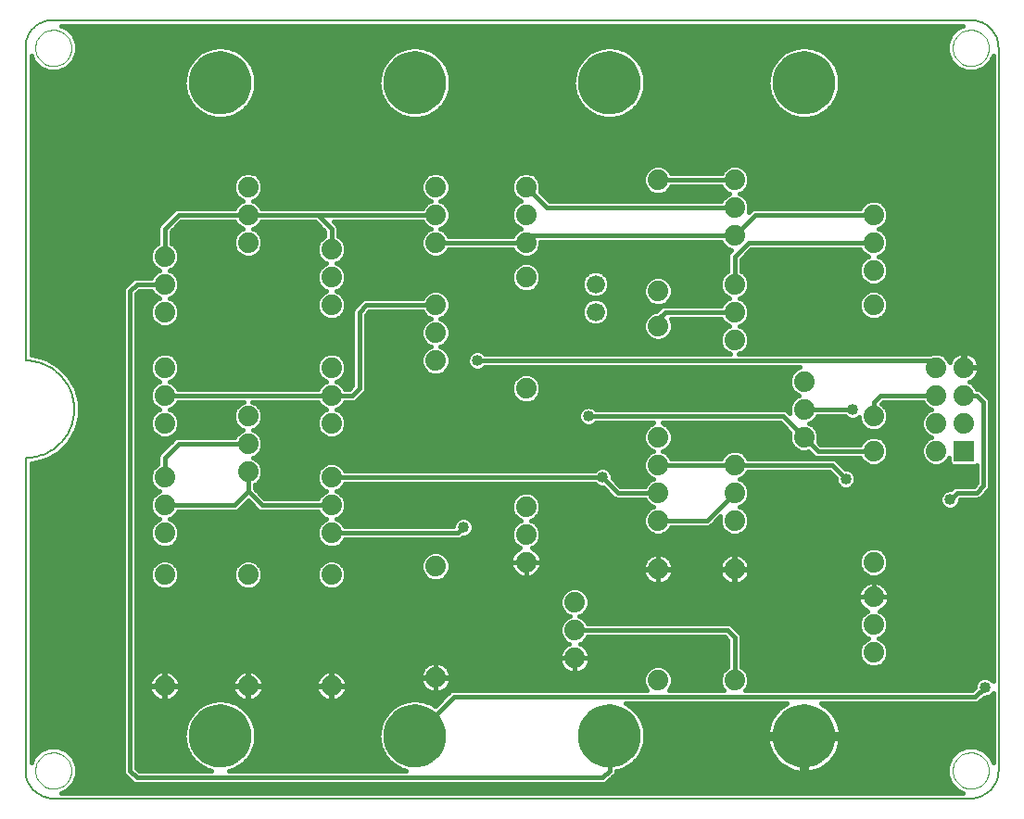
<source format=gtl>
G75*
%MOIN*%
%OFA0B0*%
%FSLAX24Y24*%
%IPPOS*%
%LPD*%
%AMOC8*
5,1,8,0,0,1.08239X$1,22.5*
%
%ADD10C,0.0080*%
%ADD11C,0.0740*%
%ADD12C,0.0660*%
%ADD13C,0.0000*%
%ADD14C,0.2200*%
%ADD15R,0.0740X0.0740*%
%ADD16C,0.0160*%
%ADD17C,0.0400*%
D10*
X001375Y000375D02*
X034375Y000375D01*
X034435Y000377D01*
X034496Y000382D01*
X034555Y000391D01*
X034614Y000404D01*
X034673Y000420D01*
X034730Y000440D01*
X034785Y000463D01*
X034840Y000490D01*
X034892Y000519D01*
X034943Y000552D01*
X034992Y000588D01*
X035038Y000626D01*
X035082Y000668D01*
X035124Y000712D01*
X035162Y000758D01*
X035198Y000807D01*
X035231Y000858D01*
X035260Y000910D01*
X035287Y000965D01*
X035310Y001020D01*
X035330Y001077D01*
X035346Y001136D01*
X035359Y001195D01*
X035368Y001254D01*
X035373Y001315D01*
X035375Y001375D01*
X035375Y027375D01*
X035373Y027435D01*
X035368Y027496D01*
X035359Y027555D01*
X035346Y027614D01*
X035330Y027673D01*
X035310Y027730D01*
X035287Y027785D01*
X035260Y027840D01*
X035231Y027892D01*
X035198Y027943D01*
X035162Y027992D01*
X035124Y028038D01*
X035082Y028082D01*
X035038Y028124D01*
X034992Y028162D01*
X034943Y028198D01*
X034892Y028231D01*
X034840Y028260D01*
X034785Y028287D01*
X034730Y028310D01*
X034673Y028330D01*
X034614Y028346D01*
X034555Y028359D01*
X034496Y028368D01*
X034435Y028373D01*
X034375Y028375D01*
X001349Y028375D01*
X001288Y028373D01*
X001227Y028367D01*
X001166Y028358D01*
X001107Y028344D01*
X001048Y028327D01*
X000990Y028307D01*
X000934Y028282D01*
X000880Y028255D01*
X000827Y028223D01*
X000776Y028189D01*
X000728Y028151D01*
X000682Y028111D01*
X000639Y028068D01*
X000599Y028022D01*
X000561Y027974D01*
X000527Y027923D01*
X000495Y027870D01*
X000468Y027816D01*
X000443Y027760D01*
X000423Y027702D01*
X000406Y027643D01*
X000392Y027584D01*
X000383Y027523D01*
X000377Y027462D01*
X000375Y027401D01*
X000375Y016125D01*
X000457Y016123D01*
X000539Y016117D01*
X000620Y016108D01*
X000701Y016094D01*
X000782Y016077D01*
X000861Y016056D01*
X000939Y016032D01*
X001016Y016003D01*
X001092Y015971D01*
X001166Y015936D01*
X001238Y015897D01*
X001309Y015855D01*
X001377Y015810D01*
X001443Y015761D01*
X001507Y015710D01*
X001568Y015655D01*
X001627Y015598D01*
X001683Y015538D01*
X001736Y015475D01*
X001786Y015410D01*
X001833Y015343D01*
X001877Y015274D01*
X001917Y015202D01*
X001954Y015129D01*
X001988Y015054D01*
X002018Y014978D01*
X002044Y014900D01*
X002067Y014821D01*
X002086Y014742D01*
X002101Y014661D01*
X002113Y014580D01*
X002121Y014498D01*
X002125Y014416D01*
X002125Y014334D01*
X002121Y014252D01*
X002113Y014170D01*
X002101Y014089D01*
X002086Y014008D01*
X002067Y013929D01*
X002044Y013850D01*
X002018Y013772D01*
X001988Y013696D01*
X001954Y013621D01*
X001917Y013548D01*
X001877Y013476D01*
X001833Y013407D01*
X001786Y013340D01*
X001736Y013275D01*
X001683Y013212D01*
X001627Y013152D01*
X001568Y013095D01*
X001507Y013040D01*
X001443Y012989D01*
X001377Y012940D01*
X001309Y012895D01*
X001238Y012853D01*
X001166Y012814D01*
X001092Y012779D01*
X001016Y012747D01*
X000939Y012718D01*
X000861Y012694D01*
X000782Y012673D01*
X000701Y012656D01*
X000620Y012642D01*
X000539Y012633D01*
X000457Y012627D01*
X000375Y012625D01*
X000375Y001375D01*
X000377Y001315D01*
X000382Y001254D01*
X000391Y001195D01*
X000404Y001136D01*
X000420Y001077D01*
X000440Y001020D01*
X000463Y000965D01*
X000490Y000910D01*
X000519Y000858D01*
X000552Y000807D01*
X000588Y000758D01*
X000626Y000712D01*
X000668Y000668D01*
X000712Y000626D01*
X000758Y000588D01*
X000807Y000552D01*
X000858Y000519D01*
X000910Y000490D01*
X000965Y000463D01*
X001020Y000440D01*
X001077Y000420D01*
X001136Y000404D01*
X001195Y000391D01*
X001254Y000382D01*
X001315Y000377D01*
X001375Y000375D01*
X006325Y002296D02*
X006387Y002141D01*
X006472Y001997D01*
X006578Y001867D01*
X006702Y001755D01*
X006841Y001663D01*
X006993Y001593D01*
X007154Y001548D01*
X007319Y001526D01*
X007486Y001531D01*
X007651Y001560D01*
X007809Y001614D01*
X007957Y001691D01*
X008092Y001790D01*
X008210Y001908D01*
X008309Y002043D01*
X008386Y002191D01*
X008440Y002349D01*
X008469Y002514D01*
X008474Y002681D01*
X008452Y002846D01*
X008407Y003007D01*
X008337Y003159D01*
X008245Y003298D01*
X008133Y003422D01*
X008003Y003528D01*
X007859Y003613D01*
X007704Y003675D01*
X007542Y003712D01*
X007375Y003725D01*
X007218Y003714D01*
X007065Y003680D01*
X006918Y003626D01*
X006780Y003550D01*
X006655Y003456D01*
X006544Y003345D01*
X006450Y003220D01*
X006374Y003082D01*
X006320Y002935D01*
X006286Y002782D01*
X006275Y002625D01*
X006288Y002458D01*
X006325Y002296D01*
X006340Y002259D02*
X008409Y002259D01*
X008436Y002338D02*
X006316Y002338D01*
X006298Y002416D02*
X008452Y002416D01*
X008466Y002495D02*
X006285Y002495D01*
X006279Y002573D02*
X008471Y002573D01*
X008473Y002652D02*
X006277Y002652D01*
X006283Y002730D02*
X008467Y002730D01*
X008457Y002809D02*
X006292Y002809D01*
X006309Y002887D02*
X008441Y002887D01*
X008418Y002966D02*
X006331Y002966D01*
X006360Y003044D02*
X008390Y003044D01*
X008353Y003123D02*
X006397Y003123D01*
X006439Y003201D02*
X008309Y003201D01*
X008257Y003280D02*
X006494Y003280D01*
X006556Y003358D02*
X008191Y003358D01*
X008115Y003437D02*
X006635Y003437D01*
X006733Y003515D02*
X008019Y003515D01*
X007892Y003594D02*
X006859Y003594D01*
X007042Y003672D02*
X007711Y003672D01*
X008380Y002181D02*
X006371Y002181D01*
X006410Y002102D02*
X008339Y002102D01*
X008294Y002024D02*
X006456Y002024D01*
X006514Y001945D02*
X008236Y001945D01*
X008168Y001867D02*
X006578Y001867D01*
X006665Y001788D02*
X008088Y001788D01*
X007981Y001710D02*
X006771Y001710D01*
X006911Y001631D02*
X007841Y001631D01*
X007608Y001553D02*
X007136Y001553D01*
X013288Y002458D02*
X013325Y002296D01*
X013387Y002141D01*
X013472Y001997D01*
X013578Y001867D01*
X013702Y001755D01*
X013841Y001663D01*
X013993Y001593D01*
X014154Y001548D01*
X014319Y001526D01*
X014486Y001531D01*
X014651Y001560D01*
X014809Y001614D01*
X014957Y001691D01*
X015092Y001790D01*
X015210Y001908D01*
X015309Y002043D01*
X015386Y002191D01*
X015440Y002349D01*
X015469Y002514D01*
X015474Y002681D01*
X015452Y002846D01*
X015407Y003007D01*
X015337Y003159D01*
X015245Y003298D01*
X015133Y003422D01*
X015003Y003528D01*
X014859Y003613D01*
X014704Y003675D01*
X014542Y003712D01*
X014375Y003725D01*
X014218Y003714D01*
X014065Y003680D01*
X013918Y003626D01*
X013780Y003550D01*
X013655Y003456D01*
X013544Y003345D01*
X013450Y003220D01*
X013374Y003082D01*
X013320Y002935D01*
X013286Y002782D01*
X013275Y002625D01*
X013288Y002458D01*
X013285Y002495D02*
X015466Y002495D01*
X015471Y002573D02*
X013279Y002573D01*
X013277Y002652D02*
X015473Y002652D01*
X015467Y002730D02*
X013283Y002730D01*
X013292Y002809D02*
X015457Y002809D01*
X015441Y002887D02*
X013309Y002887D01*
X013331Y002966D02*
X015418Y002966D01*
X015390Y003044D02*
X013360Y003044D01*
X013397Y003123D02*
X015353Y003123D01*
X015309Y003201D02*
X013439Y003201D01*
X013494Y003280D02*
X015257Y003280D01*
X015191Y003358D02*
X013556Y003358D01*
X013635Y003437D02*
X015115Y003437D01*
X015019Y003515D02*
X013733Y003515D01*
X013859Y003594D02*
X014892Y003594D01*
X014711Y003672D02*
X014042Y003672D01*
X013298Y002416D02*
X015452Y002416D01*
X015436Y002338D02*
X013316Y002338D01*
X013340Y002259D02*
X015409Y002259D01*
X015380Y002181D02*
X013371Y002181D01*
X013410Y002102D02*
X015339Y002102D01*
X015294Y002024D02*
X013456Y002024D01*
X013514Y001945D02*
X015236Y001945D01*
X015168Y001867D02*
X013578Y001867D01*
X013665Y001788D02*
X015088Y001788D01*
X014981Y001710D02*
X013771Y001710D01*
X013911Y001631D02*
X014841Y001631D01*
X014608Y001553D02*
X014136Y001553D01*
X020288Y002458D02*
X020325Y002296D01*
X020387Y002141D01*
X020472Y001997D01*
X020578Y001867D01*
X020702Y001755D01*
X020841Y001663D01*
X020993Y001593D01*
X021154Y001548D01*
X021319Y001526D01*
X021486Y001531D01*
X021651Y001560D01*
X021809Y001614D01*
X021957Y001691D01*
X022092Y001790D01*
X022210Y001908D01*
X022309Y002043D01*
X022386Y002191D01*
X022440Y002349D01*
X022469Y002514D01*
X022474Y002681D01*
X022452Y002846D01*
X022407Y003007D01*
X022337Y003159D01*
X022245Y003298D01*
X022133Y003422D01*
X022003Y003528D01*
X021859Y003613D01*
X021704Y003675D01*
X021542Y003712D01*
X021375Y003725D01*
X021218Y003714D01*
X021065Y003680D01*
X020918Y003626D01*
X020780Y003550D01*
X020655Y003456D01*
X020544Y003345D01*
X020450Y003220D01*
X020374Y003082D01*
X020320Y002935D01*
X020286Y002782D01*
X020275Y002625D01*
X020288Y002458D01*
X020285Y002495D02*
X022466Y002495D01*
X022471Y002573D02*
X020279Y002573D01*
X020277Y002652D02*
X022473Y002652D01*
X022467Y002730D02*
X020283Y002730D01*
X020292Y002809D02*
X022457Y002809D01*
X022441Y002887D02*
X020309Y002887D01*
X020331Y002966D02*
X022418Y002966D01*
X022390Y003044D02*
X020360Y003044D01*
X020397Y003123D02*
X022353Y003123D01*
X022309Y003201D02*
X020439Y003201D01*
X020494Y003280D02*
X022257Y003280D01*
X022191Y003358D02*
X020556Y003358D01*
X020635Y003437D02*
X022115Y003437D01*
X022019Y003515D02*
X020733Y003515D01*
X020859Y003594D02*
X021892Y003594D01*
X021711Y003672D02*
X021042Y003672D01*
X020298Y002416D02*
X022452Y002416D01*
X022436Y002338D02*
X020316Y002338D01*
X020340Y002259D02*
X022409Y002259D01*
X022380Y002181D02*
X020371Y002181D01*
X020410Y002102D02*
X022339Y002102D01*
X022294Y002024D02*
X020456Y002024D01*
X020514Y001945D02*
X022236Y001945D01*
X022168Y001867D02*
X020578Y001867D01*
X020665Y001788D02*
X022088Y001788D01*
X021981Y001710D02*
X020771Y001710D01*
X020911Y001631D02*
X021841Y001631D01*
X021608Y001553D02*
X021136Y001553D01*
X027288Y002458D02*
X027325Y002296D01*
X027387Y002141D01*
X027472Y001997D01*
X027578Y001867D01*
X027702Y001755D01*
X027841Y001663D01*
X027993Y001593D01*
X028154Y001548D01*
X028319Y001526D01*
X028486Y001531D01*
X028651Y001560D01*
X028809Y001614D01*
X028957Y001691D01*
X029092Y001790D01*
X029210Y001908D01*
X029309Y002043D01*
X029386Y002191D01*
X029440Y002349D01*
X029469Y002514D01*
X029474Y002681D01*
X029452Y002846D01*
X029407Y003007D01*
X029337Y003159D01*
X029245Y003298D01*
X029133Y003422D01*
X029003Y003528D01*
X028859Y003613D01*
X028704Y003675D01*
X028542Y003712D01*
X028375Y003725D01*
X028218Y003714D01*
X028065Y003680D01*
X027918Y003626D01*
X027780Y003550D01*
X027655Y003456D01*
X027544Y003345D01*
X027450Y003220D01*
X027374Y003082D01*
X027320Y002935D01*
X027286Y002782D01*
X027275Y002625D01*
X027288Y002458D01*
X027285Y002495D02*
X029466Y002495D01*
X029471Y002573D02*
X027279Y002573D01*
X027277Y002652D02*
X029473Y002652D01*
X029467Y002730D02*
X027283Y002730D01*
X027292Y002809D02*
X029457Y002809D01*
X029441Y002887D02*
X027309Y002887D01*
X027331Y002966D02*
X029418Y002966D01*
X029390Y003044D02*
X027360Y003044D01*
X027397Y003123D02*
X029353Y003123D01*
X029309Y003201D02*
X027439Y003201D01*
X027494Y003280D02*
X029257Y003280D01*
X029191Y003358D02*
X027556Y003358D01*
X027635Y003437D02*
X029115Y003437D01*
X029019Y003515D02*
X027733Y003515D01*
X027859Y003594D02*
X028892Y003594D01*
X028711Y003672D02*
X028042Y003672D01*
X027298Y002416D02*
X029452Y002416D01*
X029436Y002338D02*
X027316Y002338D01*
X027340Y002259D02*
X029409Y002259D01*
X029380Y002181D02*
X027371Y002181D01*
X027410Y002102D02*
X029339Y002102D01*
X029294Y002024D02*
X027456Y002024D01*
X027514Y001945D02*
X029236Y001945D01*
X029168Y001867D02*
X027578Y001867D01*
X027665Y001788D02*
X029088Y001788D01*
X028981Y001710D02*
X027771Y001710D01*
X027911Y001631D02*
X028841Y001631D01*
X028608Y001553D02*
X028136Y001553D01*
X028319Y025026D02*
X028154Y025048D01*
X027993Y025093D01*
X027841Y025163D01*
X027702Y025255D01*
X027578Y025367D01*
X027472Y025497D01*
X027387Y025641D01*
X027325Y025796D01*
X027288Y025958D01*
X027275Y026125D01*
X027286Y026282D01*
X027320Y026435D01*
X027374Y026582D01*
X027450Y026720D01*
X027544Y026845D01*
X027655Y026956D01*
X027780Y027050D01*
X027918Y027126D01*
X028065Y027180D01*
X028218Y027214D01*
X028375Y027225D01*
X028542Y027212D01*
X028704Y027175D01*
X028859Y027113D01*
X029003Y027028D01*
X029133Y026922D01*
X029245Y026798D01*
X029337Y026659D01*
X029407Y026507D01*
X029452Y026346D01*
X029474Y026181D01*
X029469Y026014D01*
X029440Y025849D01*
X029386Y025691D01*
X029309Y025543D01*
X029210Y025408D01*
X029092Y025290D01*
X028957Y025191D01*
X028809Y025114D01*
X028651Y025060D01*
X028486Y025031D01*
X028319Y025026D01*
X027973Y025103D02*
X028775Y025103D01*
X028937Y025181D02*
X027814Y025181D01*
X027697Y025260D02*
X029050Y025260D01*
X029139Y025338D02*
X027610Y025338D01*
X027537Y025417D02*
X029216Y025417D01*
X029273Y025495D02*
X027473Y025495D01*
X027427Y025574D02*
X029324Y025574D01*
X029365Y025652D02*
X027383Y025652D01*
X027351Y025731D02*
X029399Y025731D01*
X029426Y025809D02*
X027322Y025809D01*
X027304Y025888D02*
X029447Y025888D01*
X029461Y025966D02*
X027287Y025966D01*
X027281Y026045D02*
X029470Y026045D01*
X029472Y026123D02*
X027275Y026123D01*
X027280Y026202D02*
X029471Y026202D01*
X029461Y026280D02*
X027286Y026280D01*
X027303Y026359D02*
X029449Y026359D01*
X029427Y026437D02*
X027320Y026437D01*
X027350Y026516D02*
X029403Y026516D01*
X029367Y026594D02*
X027381Y026594D01*
X027424Y026673D02*
X029328Y026673D01*
X029276Y026751D02*
X027473Y026751D01*
X027532Y026830D02*
X029217Y026830D01*
X029146Y026908D02*
X027606Y026908D01*
X027695Y026987D02*
X029054Y026987D01*
X028940Y027065D02*
X027807Y027065D01*
X027966Y027144D02*
X028782Y027144D01*
X028413Y027222D02*
X028334Y027222D01*
X022452Y026346D02*
X022407Y026507D01*
X022337Y026659D01*
X022245Y026798D01*
X022133Y026922D01*
X022003Y027028D01*
X021859Y027113D01*
X021704Y027175D01*
X021542Y027212D01*
X021375Y027225D01*
X021218Y027214D01*
X021065Y027180D01*
X020918Y027126D01*
X020780Y027050D01*
X020655Y026956D01*
X020544Y026845D01*
X020450Y026720D01*
X020374Y026582D01*
X020320Y026435D01*
X020286Y026282D01*
X020275Y026125D01*
X020288Y025958D01*
X020325Y025796D01*
X020387Y025641D01*
X020472Y025497D01*
X020578Y025367D01*
X020702Y025255D01*
X020841Y025163D01*
X020993Y025093D01*
X021154Y025048D01*
X021319Y025026D01*
X021486Y025031D01*
X021651Y025060D01*
X021809Y025114D01*
X021957Y025191D01*
X022092Y025290D01*
X022210Y025408D01*
X022309Y025543D01*
X022386Y025691D01*
X022440Y025849D01*
X022469Y026014D01*
X022474Y026181D01*
X022452Y026346D01*
X022449Y026359D02*
X020303Y026359D01*
X020320Y026437D02*
X022427Y026437D01*
X022403Y026516D02*
X020350Y026516D01*
X020381Y026594D02*
X022367Y026594D01*
X022328Y026673D02*
X020424Y026673D01*
X020473Y026751D02*
X022276Y026751D01*
X022217Y026830D02*
X020532Y026830D01*
X020606Y026908D02*
X022146Y026908D01*
X022054Y026987D02*
X020695Y026987D01*
X020807Y027065D02*
X021940Y027065D01*
X021782Y027144D02*
X020966Y027144D01*
X021334Y027222D02*
X021413Y027222D01*
X022461Y026280D02*
X020286Y026280D01*
X020280Y026202D02*
X022471Y026202D01*
X022472Y026123D02*
X020275Y026123D01*
X020281Y026045D02*
X022470Y026045D01*
X022461Y025966D02*
X020287Y025966D01*
X020304Y025888D02*
X022447Y025888D01*
X022426Y025809D02*
X020322Y025809D01*
X020351Y025731D02*
X022399Y025731D01*
X022365Y025652D02*
X020383Y025652D01*
X020427Y025574D02*
X022324Y025574D01*
X022273Y025495D02*
X020473Y025495D01*
X020537Y025417D02*
X022216Y025417D01*
X022139Y025338D02*
X020610Y025338D01*
X020697Y025260D02*
X022050Y025260D01*
X021937Y025181D02*
X020814Y025181D01*
X020973Y025103D02*
X021775Y025103D01*
X015469Y026014D02*
X015440Y025849D01*
X015386Y025691D01*
X015309Y025543D01*
X015210Y025408D01*
X015092Y025290D01*
X014957Y025191D01*
X014809Y025114D01*
X014651Y025060D01*
X014486Y025031D01*
X014319Y025026D01*
X014154Y025048D01*
X013993Y025093D01*
X013841Y025163D01*
X013702Y025255D01*
X013578Y025367D01*
X013472Y025497D01*
X013387Y025641D01*
X013325Y025796D01*
X013288Y025958D01*
X013275Y026125D01*
X013286Y026282D01*
X013320Y026435D01*
X013374Y026582D01*
X013450Y026720D01*
X013544Y026845D01*
X013655Y026956D01*
X013780Y027050D01*
X013918Y027126D01*
X014065Y027180D01*
X014218Y027214D01*
X014375Y027225D01*
X014542Y027212D01*
X014704Y027175D01*
X014859Y027113D01*
X015003Y027028D01*
X015133Y026922D01*
X015245Y026798D01*
X015337Y026659D01*
X015407Y026507D01*
X015452Y026346D01*
X015474Y026181D01*
X015469Y026014D01*
X015470Y026045D02*
X013281Y026045D01*
X013275Y026123D02*
X015472Y026123D01*
X015471Y026202D02*
X013280Y026202D01*
X013286Y026280D02*
X015461Y026280D01*
X015449Y026359D02*
X013303Y026359D01*
X013320Y026437D02*
X015427Y026437D01*
X015403Y026516D02*
X013350Y026516D01*
X013381Y026594D02*
X015367Y026594D01*
X015328Y026673D02*
X013424Y026673D01*
X013473Y026751D02*
X015276Y026751D01*
X015217Y026830D02*
X013532Y026830D01*
X013606Y026908D02*
X015146Y026908D01*
X015054Y026987D02*
X013695Y026987D01*
X013807Y027065D02*
X014940Y027065D01*
X014782Y027144D02*
X013966Y027144D01*
X014334Y027222D02*
X014413Y027222D01*
X015461Y025966D02*
X013287Y025966D01*
X013304Y025888D02*
X015447Y025888D01*
X015426Y025809D02*
X013322Y025809D01*
X013351Y025731D02*
X015399Y025731D01*
X015365Y025652D02*
X013383Y025652D01*
X013427Y025574D02*
X015324Y025574D01*
X015273Y025495D02*
X013473Y025495D01*
X013537Y025417D02*
X015216Y025417D01*
X015139Y025338D02*
X013610Y025338D01*
X013697Y025260D02*
X015050Y025260D01*
X014937Y025181D02*
X013814Y025181D01*
X013973Y025103D02*
X014775Y025103D01*
X008469Y026014D02*
X008440Y025849D01*
X008386Y025691D01*
X008309Y025543D01*
X008210Y025408D01*
X008092Y025290D01*
X007957Y025191D01*
X007809Y025114D01*
X007651Y025060D01*
X007486Y025031D01*
X007319Y025026D01*
X007154Y025048D01*
X006993Y025093D01*
X006841Y025163D01*
X006702Y025255D01*
X006578Y025367D01*
X006472Y025497D01*
X006387Y025641D01*
X006325Y025796D01*
X006288Y025958D01*
X006275Y026125D01*
X006286Y026282D01*
X006320Y026435D01*
X006374Y026582D01*
X006450Y026720D01*
X006544Y026845D01*
X006655Y026956D01*
X006780Y027050D01*
X006918Y027126D01*
X007065Y027180D01*
X007218Y027214D01*
X007375Y027225D01*
X007542Y027212D01*
X007704Y027175D01*
X007859Y027113D01*
X008003Y027028D01*
X008133Y026922D01*
X008245Y026798D01*
X008337Y026659D01*
X008407Y026507D01*
X008452Y026346D01*
X008474Y026181D01*
X008469Y026014D01*
X008470Y026045D02*
X006281Y026045D01*
X006275Y026123D02*
X008472Y026123D01*
X008471Y026202D02*
X006280Y026202D01*
X006286Y026280D02*
X008461Y026280D01*
X008449Y026359D02*
X006303Y026359D01*
X006320Y026437D02*
X008427Y026437D01*
X008403Y026516D02*
X006350Y026516D01*
X006381Y026594D02*
X008367Y026594D01*
X008328Y026673D02*
X006424Y026673D01*
X006473Y026751D02*
X008276Y026751D01*
X008217Y026830D02*
X006532Y026830D01*
X006606Y026908D02*
X008146Y026908D01*
X008054Y026987D02*
X006695Y026987D01*
X006807Y027065D02*
X007940Y027065D01*
X007782Y027144D02*
X006966Y027144D01*
X007334Y027222D02*
X007413Y027222D01*
X008461Y025966D02*
X006287Y025966D01*
X006304Y025888D02*
X008447Y025888D01*
X008426Y025809D02*
X006322Y025809D01*
X006351Y025731D02*
X008399Y025731D01*
X008365Y025652D02*
X006383Y025652D01*
X006427Y025574D02*
X008324Y025574D01*
X008273Y025495D02*
X006473Y025495D01*
X006537Y025417D02*
X008216Y025417D01*
X008139Y025338D02*
X006610Y025338D01*
X006697Y025260D02*
X008050Y025260D01*
X007937Y025181D02*
X006814Y025181D01*
X006973Y025103D02*
X007775Y025103D01*
D11*
X008375Y022375D03*
X008375Y021375D03*
X008375Y020375D03*
X011375Y020125D03*
X011375Y019125D03*
X011375Y018125D03*
X011375Y015875D03*
X011375Y014875D03*
X011375Y013875D03*
X011375Y011925D03*
X011375Y010925D03*
X011375Y009925D03*
X011375Y008425D03*
X008375Y008425D03*
X005375Y008425D03*
X005375Y009925D03*
X005375Y010925D03*
X005375Y011925D03*
X005375Y013875D03*
X005375Y014875D03*
X005375Y015875D03*
X005375Y017875D03*
X005375Y018875D03*
X005375Y019875D03*
X008375Y014125D03*
X008375Y013125D03*
X008375Y012125D03*
X015125Y008725D03*
X018375Y008875D03*
X018375Y009875D03*
X018375Y010875D03*
X020125Y007425D03*
X020125Y006425D03*
X020125Y005425D03*
X023125Y004625D03*
X025875Y004625D03*
X025875Y008625D03*
X025875Y010375D03*
X025875Y011375D03*
X025875Y012375D03*
X028375Y013375D03*
X028375Y014375D03*
X028375Y015375D03*
X030875Y014125D03*
X030875Y012875D03*
X033125Y012875D03*
X033125Y013875D03*
X033125Y014875D03*
X034125Y014875D03*
X034125Y013875D03*
X034125Y015875D03*
X033125Y015875D03*
X030875Y018125D03*
X030875Y019375D03*
X030875Y020375D03*
X030875Y021375D03*
X025875Y021625D03*
X025875Y022625D03*
X025875Y020625D03*
X025875Y018875D03*
X025875Y017875D03*
X025875Y016875D03*
X023125Y017375D03*
X023125Y018625D03*
X018375Y019125D03*
X018375Y020375D03*
X018375Y021375D03*
X018375Y022375D03*
X015125Y022375D03*
X015125Y021375D03*
X015125Y020375D03*
X015125Y018125D03*
X015125Y017125D03*
X015125Y016125D03*
X018375Y015125D03*
X023125Y013375D03*
X023125Y012375D03*
X023125Y011375D03*
X023125Y010375D03*
X023125Y008625D03*
X030875Y008875D03*
X030875Y007625D03*
X030875Y006625D03*
X030875Y005625D03*
X015125Y004725D03*
X011375Y004425D03*
X008375Y004425D03*
X005375Y004425D03*
X023125Y022625D03*
D12*
X020875Y018875D03*
X020875Y017875D03*
D13*
X033725Y027375D02*
X033727Y027425D01*
X033733Y027475D01*
X033743Y027525D01*
X033756Y027573D01*
X033773Y027621D01*
X033794Y027667D01*
X033818Y027711D01*
X033846Y027753D01*
X033877Y027793D01*
X033911Y027830D01*
X033948Y027865D01*
X033987Y027896D01*
X034028Y027925D01*
X034072Y027950D01*
X034118Y027972D01*
X034165Y027990D01*
X034213Y028004D01*
X034262Y028015D01*
X034312Y028022D01*
X034362Y028025D01*
X034413Y028024D01*
X034463Y028019D01*
X034513Y028010D01*
X034561Y027998D01*
X034609Y027981D01*
X034655Y027961D01*
X034700Y027938D01*
X034743Y027911D01*
X034783Y027881D01*
X034821Y027848D01*
X034856Y027812D01*
X034889Y027773D01*
X034918Y027732D01*
X034944Y027689D01*
X034967Y027644D01*
X034986Y027597D01*
X035001Y027549D01*
X035013Y027500D01*
X035021Y027450D01*
X035025Y027400D01*
X035025Y027350D01*
X035021Y027300D01*
X035013Y027250D01*
X035001Y027201D01*
X034986Y027153D01*
X034967Y027106D01*
X034944Y027061D01*
X034918Y027018D01*
X034889Y026977D01*
X034856Y026938D01*
X034821Y026902D01*
X034783Y026869D01*
X034743Y026839D01*
X034700Y026812D01*
X034655Y026789D01*
X034609Y026769D01*
X034561Y026752D01*
X034513Y026740D01*
X034463Y026731D01*
X034413Y026726D01*
X034362Y026725D01*
X034312Y026728D01*
X034262Y026735D01*
X034213Y026746D01*
X034165Y026760D01*
X034118Y026778D01*
X034072Y026800D01*
X034028Y026825D01*
X033987Y026854D01*
X033948Y026885D01*
X033911Y026920D01*
X033877Y026957D01*
X033846Y026997D01*
X033818Y027039D01*
X033794Y027083D01*
X033773Y027129D01*
X033756Y027177D01*
X033743Y027225D01*
X033733Y027275D01*
X033727Y027325D01*
X033725Y027375D01*
X033725Y001375D02*
X033727Y001425D01*
X033733Y001475D01*
X033743Y001525D01*
X033756Y001573D01*
X033773Y001621D01*
X033794Y001667D01*
X033818Y001711D01*
X033846Y001753D01*
X033877Y001793D01*
X033911Y001830D01*
X033948Y001865D01*
X033987Y001896D01*
X034028Y001925D01*
X034072Y001950D01*
X034118Y001972D01*
X034165Y001990D01*
X034213Y002004D01*
X034262Y002015D01*
X034312Y002022D01*
X034362Y002025D01*
X034413Y002024D01*
X034463Y002019D01*
X034513Y002010D01*
X034561Y001998D01*
X034609Y001981D01*
X034655Y001961D01*
X034700Y001938D01*
X034743Y001911D01*
X034783Y001881D01*
X034821Y001848D01*
X034856Y001812D01*
X034889Y001773D01*
X034918Y001732D01*
X034944Y001689D01*
X034967Y001644D01*
X034986Y001597D01*
X035001Y001549D01*
X035013Y001500D01*
X035021Y001450D01*
X035025Y001400D01*
X035025Y001350D01*
X035021Y001300D01*
X035013Y001250D01*
X035001Y001201D01*
X034986Y001153D01*
X034967Y001106D01*
X034944Y001061D01*
X034918Y001018D01*
X034889Y000977D01*
X034856Y000938D01*
X034821Y000902D01*
X034783Y000869D01*
X034743Y000839D01*
X034700Y000812D01*
X034655Y000789D01*
X034609Y000769D01*
X034561Y000752D01*
X034513Y000740D01*
X034463Y000731D01*
X034413Y000726D01*
X034362Y000725D01*
X034312Y000728D01*
X034262Y000735D01*
X034213Y000746D01*
X034165Y000760D01*
X034118Y000778D01*
X034072Y000800D01*
X034028Y000825D01*
X033987Y000854D01*
X033948Y000885D01*
X033911Y000920D01*
X033877Y000957D01*
X033846Y000997D01*
X033818Y001039D01*
X033794Y001083D01*
X033773Y001129D01*
X033756Y001177D01*
X033743Y001225D01*
X033733Y001275D01*
X033727Y001325D01*
X033725Y001375D01*
X000725Y001375D02*
X000727Y001425D01*
X000733Y001475D01*
X000743Y001525D01*
X000756Y001573D01*
X000773Y001621D01*
X000794Y001667D01*
X000818Y001711D01*
X000846Y001753D01*
X000877Y001793D01*
X000911Y001830D01*
X000948Y001865D01*
X000987Y001896D01*
X001028Y001925D01*
X001072Y001950D01*
X001118Y001972D01*
X001165Y001990D01*
X001213Y002004D01*
X001262Y002015D01*
X001312Y002022D01*
X001362Y002025D01*
X001413Y002024D01*
X001463Y002019D01*
X001513Y002010D01*
X001561Y001998D01*
X001609Y001981D01*
X001655Y001961D01*
X001700Y001938D01*
X001743Y001911D01*
X001783Y001881D01*
X001821Y001848D01*
X001856Y001812D01*
X001889Y001773D01*
X001918Y001732D01*
X001944Y001689D01*
X001967Y001644D01*
X001986Y001597D01*
X002001Y001549D01*
X002013Y001500D01*
X002021Y001450D01*
X002025Y001400D01*
X002025Y001350D01*
X002021Y001300D01*
X002013Y001250D01*
X002001Y001201D01*
X001986Y001153D01*
X001967Y001106D01*
X001944Y001061D01*
X001918Y001018D01*
X001889Y000977D01*
X001856Y000938D01*
X001821Y000902D01*
X001783Y000869D01*
X001743Y000839D01*
X001700Y000812D01*
X001655Y000789D01*
X001609Y000769D01*
X001561Y000752D01*
X001513Y000740D01*
X001463Y000731D01*
X001413Y000726D01*
X001362Y000725D01*
X001312Y000728D01*
X001262Y000735D01*
X001213Y000746D01*
X001165Y000760D01*
X001118Y000778D01*
X001072Y000800D01*
X001028Y000825D01*
X000987Y000854D01*
X000948Y000885D01*
X000911Y000920D01*
X000877Y000957D01*
X000846Y000997D01*
X000818Y001039D01*
X000794Y001083D01*
X000773Y001129D01*
X000756Y001177D01*
X000743Y001225D01*
X000733Y001275D01*
X000727Y001325D01*
X000725Y001375D01*
X000725Y027375D02*
X000727Y027425D01*
X000733Y027475D01*
X000743Y027525D01*
X000756Y027573D01*
X000773Y027621D01*
X000794Y027667D01*
X000818Y027711D01*
X000846Y027753D01*
X000877Y027793D01*
X000911Y027830D01*
X000948Y027865D01*
X000987Y027896D01*
X001028Y027925D01*
X001072Y027950D01*
X001118Y027972D01*
X001165Y027990D01*
X001213Y028004D01*
X001262Y028015D01*
X001312Y028022D01*
X001362Y028025D01*
X001413Y028024D01*
X001463Y028019D01*
X001513Y028010D01*
X001561Y027998D01*
X001609Y027981D01*
X001655Y027961D01*
X001700Y027938D01*
X001743Y027911D01*
X001783Y027881D01*
X001821Y027848D01*
X001856Y027812D01*
X001889Y027773D01*
X001918Y027732D01*
X001944Y027689D01*
X001967Y027644D01*
X001986Y027597D01*
X002001Y027549D01*
X002013Y027500D01*
X002021Y027450D01*
X002025Y027400D01*
X002025Y027350D01*
X002021Y027300D01*
X002013Y027250D01*
X002001Y027201D01*
X001986Y027153D01*
X001967Y027106D01*
X001944Y027061D01*
X001918Y027018D01*
X001889Y026977D01*
X001856Y026938D01*
X001821Y026902D01*
X001783Y026869D01*
X001743Y026839D01*
X001700Y026812D01*
X001655Y026789D01*
X001609Y026769D01*
X001561Y026752D01*
X001513Y026740D01*
X001463Y026731D01*
X001413Y026726D01*
X001362Y026725D01*
X001312Y026728D01*
X001262Y026735D01*
X001213Y026746D01*
X001165Y026760D01*
X001118Y026778D01*
X001072Y026800D01*
X001028Y026825D01*
X000987Y026854D01*
X000948Y026885D01*
X000911Y026920D01*
X000877Y026957D01*
X000846Y026997D01*
X000818Y027039D01*
X000794Y027083D01*
X000773Y027129D01*
X000756Y027177D01*
X000743Y027225D01*
X000733Y027275D01*
X000727Y027325D01*
X000725Y027375D01*
D14*
X007375Y026125D03*
X014375Y026125D03*
X021375Y026125D03*
X028375Y026125D03*
X028375Y002625D03*
X021375Y002625D03*
X014375Y002625D03*
X007375Y002625D03*
D15*
X034125Y012875D03*
D16*
X034585Y012369D02*
X034585Y011724D01*
X034476Y011615D01*
X033827Y011615D01*
X033739Y011578D01*
X033646Y011485D01*
X033553Y011485D01*
X033421Y011430D01*
X033320Y011329D01*
X033265Y011197D01*
X033265Y011053D01*
X033320Y010921D01*
X033421Y010820D01*
X033553Y010765D01*
X033697Y010765D01*
X033829Y010820D01*
X033930Y010921D01*
X033985Y011053D01*
X033985Y011135D01*
X034623Y011135D01*
X034711Y011172D01*
X034778Y011239D01*
X035028Y011489D01*
X035065Y011577D01*
X035065Y014673D01*
X035028Y014761D01*
X034961Y014828D01*
X034711Y015078D01*
X034623Y015115D01*
X034599Y015115D01*
X034574Y015175D01*
X034425Y015324D01*
X034331Y015364D01*
X034336Y015365D01*
X034413Y015405D01*
X034483Y015455D01*
X034545Y015517D01*
X034595Y015587D01*
X034635Y015664D01*
X034661Y015746D01*
X034675Y015832D01*
X034675Y015855D01*
X034145Y015855D01*
X034145Y015895D01*
X034105Y015895D01*
X034105Y016425D01*
X034082Y016425D01*
X033996Y016411D01*
X033914Y016385D01*
X033837Y016345D01*
X033767Y016295D01*
X033705Y016233D01*
X033655Y016163D01*
X033615Y016086D01*
X033614Y016081D01*
X033574Y016175D01*
X033425Y016324D01*
X033230Y016405D01*
X033020Y016405D01*
X032923Y016365D01*
X032923Y016365D01*
X026029Y016365D01*
X026175Y016426D01*
X026324Y016575D01*
X026405Y016770D01*
X026405Y016980D01*
X026324Y017175D01*
X026175Y017324D01*
X026053Y017375D01*
X026175Y017426D01*
X026324Y017575D01*
X026405Y017770D01*
X026405Y017980D01*
X026324Y018175D01*
X026175Y018324D01*
X026053Y018375D01*
X026175Y018426D01*
X026324Y018575D01*
X026405Y018770D01*
X026405Y018980D01*
X026324Y019175D01*
X026175Y019324D01*
X026115Y019349D01*
X026115Y019776D01*
X026474Y020135D01*
X030401Y020135D01*
X030426Y020075D01*
X030575Y019926D01*
X030697Y019875D01*
X030575Y019824D01*
X030426Y019675D01*
X030345Y019480D01*
X030345Y019270D01*
X030426Y019075D01*
X030575Y018926D01*
X030770Y018845D01*
X030980Y018845D01*
X031175Y018926D01*
X031324Y019075D01*
X031405Y019270D01*
X031405Y019480D01*
X031324Y019675D01*
X031175Y019824D01*
X031053Y019875D01*
X031175Y019926D01*
X031324Y020075D01*
X031405Y020270D01*
X031405Y020480D01*
X031324Y020675D01*
X031175Y020824D01*
X031053Y020875D01*
X031175Y020926D01*
X031324Y021075D01*
X031405Y021270D01*
X031405Y021480D01*
X031324Y021675D01*
X031175Y021824D01*
X030980Y021905D01*
X030770Y021905D01*
X030575Y021824D01*
X030426Y021675D01*
X030401Y021615D01*
X026577Y021615D01*
X026489Y021578D01*
X026422Y021511D01*
X026387Y021477D01*
X026405Y021520D01*
X026405Y021730D01*
X026324Y021925D01*
X026175Y022074D01*
X026053Y022125D01*
X026175Y022176D01*
X026324Y022325D01*
X026405Y022520D01*
X026405Y022730D01*
X026324Y022925D01*
X026175Y023074D01*
X025980Y023155D01*
X025770Y023155D01*
X025575Y023074D01*
X025426Y022925D01*
X025401Y022865D01*
X023599Y022865D01*
X023574Y022925D01*
X023425Y023074D01*
X023230Y023155D01*
X023020Y023155D01*
X022825Y023074D01*
X022676Y022925D01*
X022595Y022730D01*
X022595Y022520D01*
X022676Y022325D01*
X022825Y022176D01*
X023020Y022095D01*
X023230Y022095D01*
X023425Y022176D01*
X023574Y022325D01*
X023599Y022385D01*
X025401Y022385D01*
X025426Y022325D01*
X025575Y022176D01*
X025697Y022125D01*
X025575Y022074D01*
X025426Y021925D01*
X025401Y021865D01*
X019224Y021865D01*
X018880Y022209D01*
X018905Y022270D01*
X018905Y022480D01*
X018824Y022675D01*
X018675Y022824D01*
X018480Y022905D01*
X018270Y022905D01*
X018075Y022824D01*
X017926Y022675D01*
X017845Y022480D01*
X017845Y022270D01*
X017926Y022075D01*
X018075Y021926D01*
X018197Y021875D01*
X018075Y021824D01*
X017926Y021675D01*
X017845Y021480D01*
X017845Y021270D01*
X017926Y021075D01*
X018075Y020926D01*
X018197Y020875D01*
X018075Y020824D01*
X017926Y020675D01*
X017901Y020615D01*
X015599Y020615D01*
X015574Y020675D01*
X015425Y020824D01*
X015303Y020875D01*
X015425Y020926D01*
X015574Y021075D01*
X015655Y021270D01*
X015655Y021480D01*
X015574Y021675D01*
X015425Y021824D01*
X015303Y021875D01*
X015425Y021926D01*
X015574Y022075D01*
X015655Y022270D01*
X015655Y022480D01*
X015574Y022675D01*
X015425Y022824D01*
X015230Y022905D01*
X015020Y022905D01*
X014825Y022824D01*
X014676Y022675D01*
X014595Y022480D01*
X014595Y022270D01*
X014676Y022075D01*
X014825Y021926D01*
X014947Y021875D01*
X014825Y021824D01*
X014676Y021675D01*
X014651Y021615D01*
X008849Y021615D01*
X008824Y021675D01*
X008675Y021824D01*
X008553Y021875D01*
X008675Y021926D01*
X008824Y022075D01*
X008905Y022270D01*
X008905Y022480D01*
X008824Y022675D01*
X008675Y022824D01*
X008480Y022905D01*
X008270Y022905D01*
X008075Y022824D01*
X007926Y022675D01*
X007845Y022480D01*
X007845Y022270D01*
X007926Y022075D01*
X008075Y021926D01*
X008197Y021875D01*
X008075Y021824D01*
X007926Y021675D01*
X007901Y021615D01*
X005827Y021615D01*
X005739Y021578D01*
X005672Y021511D01*
X005172Y021011D01*
X005135Y020923D01*
X005135Y020349D01*
X005075Y020324D01*
X004926Y020175D01*
X004845Y019980D01*
X004845Y019770D01*
X004926Y019575D01*
X005075Y019426D01*
X005197Y019375D01*
X005075Y019324D01*
X004926Y019175D01*
X004901Y019115D01*
X004327Y019115D01*
X004239Y019078D01*
X000575Y019078D01*
X000575Y018920D02*
X004080Y018920D01*
X004172Y019011D02*
X003922Y018761D01*
X000575Y018761D01*
X000575Y018603D02*
X003885Y018603D01*
X003885Y018673D02*
X003885Y001327D01*
X003922Y001239D01*
X003989Y001172D01*
X004239Y000922D01*
X004327Y000885D01*
X021173Y000885D01*
X021261Y000922D01*
X021578Y001239D01*
X021615Y001327D01*
X021615Y001351D01*
X021621Y001352D01*
X021637Y001344D01*
X021701Y001366D01*
X021768Y001378D01*
X021777Y001392D01*
X021811Y001404D01*
X021828Y001399D01*
X021888Y001430D01*
X021952Y001452D01*
X021959Y001467D01*
X021991Y001484D01*
X022008Y001481D01*
X022063Y001521D01*
X022123Y001553D01*
X022128Y001569D01*
X022157Y001590D01*
X022174Y001590D01*
X022222Y001638D01*
X022277Y001678D01*
X022279Y001695D01*
X022305Y001721D01*
X022322Y001723D01*
X022362Y001778D01*
X022410Y001826D01*
X022410Y001843D01*
X022431Y001872D01*
X022447Y001877D01*
X022479Y001937D01*
X022519Y001992D01*
X022516Y002009D01*
X022533Y002041D01*
X022548Y002048D01*
X022570Y002112D01*
X022601Y002172D01*
X022596Y002189D01*
X022608Y002223D01*
X022622Y002232D01*
X022634Y002299D01*
X022656Y002363D01*
X022648Y002379D01*
X022655Y002414D01*
X022667Y002426D01*
X022669Y002493D01*
X022681Y002560D01*
X022671Y002574D01*
X022672Y002610D01*
X022682Y002624D01*
X022674Y002691D01*
X022676Y002758D01*
X022664Y002771D01*
X022659Y002807D01*
X022668Y002822D01*
X022649Y002887D01*
X022640Y002954D01*
X022627Y002964D01*
X022617Y002999D01*
X022623Y003015D01*
X022595Y003077D01*
X022576Y003142D01*
X022561Y003150D01*
X022546Y003183D01*
X022549Y003200D01*
X022512Y003256D01*
X022484Y003318D01*
X022468Y003324D01*
X022448Y003354D01*
X022449Y003371D01*
X022403Y003421D01*
X022366Y003478D01*
X022349Y003481D01*
X022325Y003508D01*
X022323Y003525D01*
X022271Y003568D01*
X022226Y003618D01*
X022208Y003619D01*
X022181Y003641D01*
X022176Y003658D01*
X022118Y003692D01*
X022066Y003735D01*
X022048Y003733D01*
X022017Y003752D01*
X022011Y003768D01*
X021967Y003785D01*
X027744Y003785D01*
X027655Y003734D01*
X027543Y003652D01*
X027440Y003560D01*
X027348Y003457D01*
X027266Y003345D01*
X027240Y003299D01*
X027197Y003225D01*
X027173Y003171D01*
X027141Y003099D01*
X027141Y003099D01*
X027120Y003036D01*
X027098Y002967D01*
X027082Y002893D01*
X027069Y002832D01*
X027069Y002832D01*
X027056Y002705D01*
X028295Y002705D01*
X028295Y002545D01*
X028455Y002545D01*
X028455Y002705D01*
X029693Y002705D01*
X029687Y002790D01*
X029661Y002929D01*
X029622Y003065D01*
X029567Y003196D01*
X029500Y003320D01*
X029419Y003436D01*
X029326Y003543D01*
X029223Y003639D01*
X029190Y003664D01*
X029109Y003724D01*
X029071Y003747D01*
X029007Y003785D01*
X034573Y003785D01*
X034661Y003822D01*
X034854Y004015D01*
X034947Y004015D01*
X035079Y004070D01*
X035175Y004166D01*
X035175Y001665D01*
X035096Y001856D01*
X035096Y001856D01*
X034856Y002096D01*
X034544Y002225D01*
X034206Y002225D01*
X033894Y002096D01*
X033894Y002096D01*
X033654Y001856D01*
X033525Y001544D01*
X033525Y001206D01*
X033654Y000894D01*
X033894Y000654D01*
X034085Y000575D01*
X001665Y000575D01*
X001856Y000654D01*
X001856Y000654D01*
X002096Y000894D01*
X002225Y001206D01*
X002225Y001544D01*
X002096Y001856D01*
X002096Y001856D01*
X001856Y002096D01*
X001544Y002225D01*
X001206Y002225D01*
X000894Y002096D01*
X000894Y002096D01*
X000654Y001856D01*
X000575Y001665D01*
X000575Y012425D01*
X000632Y012425D01*
X001128Y012558D01*
X001572Y012815D01*
X001572Y012815D01*
X001935Y013178D01*
X002192Y013622D01*
X002192Y013622D01*
X002325Y014118D01*
X002325Y014632D01*
X002192Y015128D01*
X001935Y015572D01*
X001935Y015572D01*
X001572Y015935D01*
X001128Y016192D01*
X001128Y016192D01*
X000632Y016325D01*
X000575Y016325D01*
X000575Y027085D01*
X000654Y026894D01*
X000894Y026654D01*
X001206Y026525D01*
X001544Y026525D01*
X001856Y026654D01*
X001856Y026654D01*
X002096Y026894D01*
X002225Y027206D01*
X002225Y027544D01*
X002096Y027856D01*
X002096Y027856D01*
X001856Y028096D01*
X001665Y028175D01*
X034085Y028175D01*
X033894Y028096D01*
X033654Y027856D01*
X033525Y027544D01*
X033525Y027206D01*
X033654Y026894D01*
X033894Y026654D01*
X034206Y026525D01*
X034544Y026525D01*
X034856Y026654D01*
X034856Y026654D01*
X035096Y026894D01*
X035175Y027085D01*
X035175Y004584D01*
X035079Y004680D01*
X034947Y004735D01*
X034803Y004735D01*
X034671Y004680D01*
X034570Y004579D01*
X034515Y004447D01*
X034515Y004354D01*
X034426Y004265D01*
X026265Y004265D01*
X026324Y004325D01*
X026405Y004520D01*
X026405Y004730D01*
X026324Y004925D01*
X026175Y005074D01*
X026115Y005099D01*
X026115Y006223D01*
X026078Y006311D01*
X026011Y006378D01*
X025761Y006628D01*
X025673Y006665D01*
X020599Y006665D01*
X020574Y006725D01*
X020425Y006874D01*
X020303Y006925D01*
X020425Y006976D01*
X020574Y007125D01*
X020655Y007320D01*
X020655Y007530D01*
X020574Y007725D01*
X020425Y007874D01*
X020230Y007955D01*
X020020Y007955D01*
X019825Y007874D01*
X019676Y007725D01*
X019595Y007530D01*
X019595Y007320D01*
X019676Y007125D01*
X019825Y006976D01*
X019947Y006925D01*
X019825Y006874D01*
X019676Y006725D01*
X019595Y006530D01*
X019595Y006320D01*
X019676Y006125D01*
X019825Y005976D01*
X019919Y005936D01*
X019914Y005935D01*
X019837Y005895D01*
X019767Y005845D01*
X019705Y005783D01*
X019655Y005713D01*
X019615Y005636D01*
X019589Y005554D01*
X019575Y005468D01*
X019575Y005425D01*
X020125Y005425D01*
X020675Y005425D01*
X020675Y005468D01*
X020661Y005554D01*
X020635Y005636D01*
X020595Y005713D01*
X020545Y005783D01*
X020483Y005845D01*
X020413Y005895D01*
X020336Y005935D01*
X020331Y005936D01*
X020425Y005976D01*
X020574Y006125D01*
X020599Y006185D01*
X025526Y006185D01*
X025635Y006076D01*
X025635Y005099D01*
X025575Y005074D01*
X025426Y004925D01*
X025345Y004730D01*
X025345Y004520D01*
X025426Y004325D01*
X025485Y004265D01*
X023515Y004265D01*
X023574Y004325D01*
X023655Y004520D01*
X023655Y004730D01*
X023574Y004925D01*
X023425Y005074D01*
X023230Y005155D01*
X023020Y005155D01*
X022825Y005074D01*
X022676Y004925D01*
X022595Y004730D01*
X022595Y004520D01*
X022676Y004325D01*
X022735Y004265D01*
X015727Y004265D01*
X015639Y004228D01*
X015572Y004161D01*
X015110Y003699D01*
X015066Y003735D01*
X015048Y003733D01*
X015017Y003752D01*
X015011Y003768D01*
X014948Y003793D01*
X014890Y003827D01*
X014873Y003823D01*
X014839Y003836D01*
X014830Y003851D01*
X014764Y003866D01*
X014702Y003891D01*
X014686Y003884D01*
X014651Y003892D01*
X014639Y003905D01*
X014572Y003911D01*
X014506Y003926D01*
X014491Y003917D01*
X014456Y003919D01*
X014443Y003930D01*
X014375Y003926D01*
X014308Y003931D01*
X014295Y003920D01*
X014271Y003918D01*
X014257Y003927D01*
X014190Y003912D01*
X014122Y003907D01*
X014111Y003895D01*
X014088Y003890D01*
X014073Y003897D01*
X014009Y003873D01*
X013942Y003858D01*
X013933Y003845D01*
X013911Y003836D01*
X013895Y003841D01*
X013835Y003808D01*
X013771Y003784D01*
X013764Y003769D01*
X013743Y003758D01*
X013727Y003760D01*
X013672Y003719D01*
X013612Y003686D01*
X013607Y003671D01*
X013588Y003656D01*
X013572Y003656D01*
X013523Y003608D01*
X013468Y003567D01*
X013466Y003551D01*
X013449Y003534D01*
X013433Y003532D01*
X013392Y003477D01*
X013344Y003428D01*
X013344Y003412D01*
X013329Y003393D01*
X013314Y003388D01*
X013281Y003328D01*
X013240Y003273D01*
X013242Y003257D01*
X013231Y003236D01*
X013216Y003229D01*
X013192Y003165D01*
X013159Y003105D01*
X013164Y003089D01*
X013155Y003067D01*
X013142Y003058D01*
X013127Y002991D01*
X013103Y002927D01*
X013110Y002912D01*
X013105Y002889D01*
X013093Y002878D01*
X013088Y002810D01*
X013073Y002743D01*
X013082Y002729D01*
X013080Y002705D01*
X013069Y002692D01*
X013074Y002625D01*
X013070Y002557D01*
X013081Y002544D01*
X013083Y002509D01*
X013074Y002494D01*
X013089Y002428D01*
X013095Y002361D01*
X013108Y002349D01*
X013116Y002314D01*
X013109Y002298D01*
X013134Y002236D01*
X013149Y002170D01*
X013164Y002161D01*
X013177Y002127D01*
X013173Y002110D01*
X013207Y002052D01*
X013232Y001989D01*
X013248Y001983D01*
X013267Y001952D01*
X013265Y001934D01*
X013308Y001882D01*
X013342Y001824D01*
X013359Y001819D01*
X013381Y001792D01*
X013382Y001774D01*
X013432Y001729D01*
X013475Y001677D01*
X013492Y001675D01*
X013519Y001651D01*
X013522Y001634D01*
X013579Y001597D01*
X013629Y001551D01*
X013646Y001552D01*
X013676Y001532D01*
X013682Y001516D01*
X013744Y001488D01*
X013800Y001451D01*
X013817Y001454D01*
X013850Y001439D01*
X013858Y001424D01*
X013923Y001405D01*
X013985Y001377D01*
X014001Y001383D01*
X014036Y001373D01*
X014042Y001365D01*
X007698Y001365D01*
X007701Y001366D01*
X007768Y001378D01*
X007777Y001392D01*
X007811Y001404D01*
X007828Y001399D01*
X007888Y001430D01*
X007952Y001452D01*
X007959Y001467D01*
X007991Y001484D01*
X008008Y001481D01*
X008063Y001521D01*
X008123Y001553D01*
X008128Y001569D01*
X008157Y001590D01*
X008174Y001590D01*
X008222Y001638D01*
X008277Y001678D01*
X008279Y001695D01*
X008305Y001721D01*
X008322Y001723D01*
X008362Y001778D01*
X008410Y001826D01*
X008410Y001843D01*
X008431Y001872D01*
X008447Y001877D01*
X008479Y001937D01*
X008519Y001992D01*
X008516Y002009D01*
X008533Y002041D01*
X008548Y002048D01*
X008570Y002112D01*
X008601Y002172D01*
X008596Y002189D01*
X008608Y002223D01*
X008622Y002232D01*
X008634Y002299D01*
X008656Y002363D01*
X008648Y002379D01*
X008655Y002414D01*
X008667Y002426D01*
X008669Y002493D01*
X008681Y002560D01*
X008671Y002574D01*
X008672Y002610D01*
X008682Y002624D01*
X008674Y002691D01*
X008676Y002758D01*
X008664Y002771D01*
X008659Y002807D01*
X008668Y002822D01*
X008649Y002887D01*
X008640Y002954D01*
X008627Y002964D01*
X008617Y002999D01*
X008623Y003015D01*
X008595Y003077D01*
X008576Y003142D01*
X008561Y003150D01*
X008546Y003183D01*
X008549Y003200D01*
X008512Y003256D01*
X008484Y003318D01*
X008468Y003324D01*
X008448Y003354D01*
X008449Y003371D01*
X008403Y003421D01*
X008366Y003478D01*
X008349Y003481D01*
X008325Y003508D01*
X008323Y003525D01*
X008271Y003568D01*
X008226Y003618D01*
X008208Y003619D01*
X008181Y003641D01*
X008176Y003658D01*
X008118Y003692D01*
X008066Y003735D01*
X008048Y003733D01*
X008017Y003752D01*
X008011Y003768D01*
X007948Y003793D01*
X007890Y003827D01*
X007873Y003823D01*
X007839Y003836D01*
X007830Y003851D01*
X007764Y003866D01*
X007702Y003891D01*
X007686Y003884D01*
X007651Y003892D01*
X007639Y003905D01*
X007572Y003911D01*
X007506Y003926D01*
X007491Y003917D01*
X007456Y003919D01*
X007443Y003930D01*
X007375Y003926D01*
X007308Y003931D01*
X007295Y003920D01*
X007271Y003918D01*
X007257Y003927D01*
X007190Y003912D01*
X007122Y003907D01*
X007111Y003895D01*
X007088Y003890D01*
X007073Y003897D01*
X007009Y003873D01*
X006942Y003858D01*
X006933Y003845D01*
X006911Y003836D01*
X006895Y003841D01*
X006835Y003808D01*
X006771Y003784D01*
X006764Y003769D01*
X006743Y003758D01*
X006727Y003760D01*
X006672Y003719D01*
X006612Y003686D01*
X006607Y003671D01*
X006588Y003656D01*
X006572Y003656D01*
X006523Y003608D01*
X006468Y003567D01*
X006466Y003551D01*
X006449Y003534D01*
X006433Y003532D01*
X006392Y003477D01*
X006344Y003428D01*
X006344Y003412D01*
X006329Y003393D01*
X006314Y003388D01*
X006281Y003328D01*
X006240Y003273D01*
X006242Y003257D01*
X006231Y003236D01*
X006216Y003229D01*
X006192Y003165D01*
X006159Y003105D01*
X006164Y003089D01*
X006155Y003067D01*
X006142Y003058D01*
X006127Y002991D01*
X006103Y002927D01*
X006110Y002912D01*
X006105Y002889D01*
X006093Y002878D01*
X006088Y002810D01*
X006073Y002743D01*
X006082Y002729D01*
X006080Y002705D01*
X006069Y002692D01*
X006074Y002625D01*
X006070Y002557D01*
X006081Y002544D01*
X006083Y002509D01*
X006074Y002494D01*
X006089Y002428D01*
X006095Y002361D01*
X006108Y002349D01*
X006116Y002314D01*
X006109Y002298D01*
X006134Y002236D01*
X006149Y002170D01*
X006164Y002161D01*
X006177Y002127D01*
X006173Y002110D01*
X006207Y002052D01*
X006232Y001989D01*
X006248Y001983D01*
X006267Y001952D01*
X006265Y001934D01*
X006308Y001882D01*
X006342Y001824D01*
X006359Y001819D01*
X006381Y001792D01*
X006382Y001774D01*
X006432Y001729D01*
X006475Y001677D01*
X006492Y001675D01*
X006519Y001651D01*
X006522Y001634D01*
X006579Y001597D01*
X006629Y001551D01*
X006646Y001552D01*
X006676Y001532D01*
X006682Y001516D01*
X006744Y001488D01*
X006800Y001451D01*
X006817Y001454D01*
X006850Y001439D01*
X006858Y001424D01*
X006923Y001405D01*
X006985Y001377D01*
X007001Y001383D01*
X007036Y001373D01*
X007042Y001365D01*
X004474Y001365D01*
X004365Y001474D01*
X004365Y018526D01*
X004474Y018635D01*
X004901Y018635D01*
X004926Y018575D01*
X005075Y018426D01*
X005197Y018375D01*
X005075Y018324D01*
X004926Y018175D01*
X004845Y017980D01*
X004845Y017770D01*
X004926Y017575D01*
X005075Y017426D01*
X005270Y017345D01*
X005480Y017345D01*
X005675Y017426D01*
X005824Y017575D01*
X005905Y017770D01*
X005905Y017980D01*
X005824Y018175D01*
X005675Y018324D01*
X005553Y018375D01*
X005675Y018426D01*
X005824Y018575D01*
X005905Y018770D01*
X005905Y018980D01*
X005824Y019175D01*
X005675Y019324D01*
X005553Y019375D01*
X005675Y019426D01*
X005824Y019575D01*
X005905Y019770D01*
X005905Y019980D01*
X005824Y020175D01*
X005675Y020324D01*
X005615Y020349D01*
X005615Y020776D01*
X005974Y021135D01*
X007901Y021135D01*
X007926Y021075D01*
X008075Y020926D01*
X008197Y020875D01*
X008075Y020824D01*
X007926Y020675D01*
X007845Y020480D01*
X007845Y020270D01*
X007926Y020075D01*
X008075Y019926D01*
X008270Y019845D01*
X008480Y019845D01*
X008675Y019926D01*
X008824Y020075D01*
X008905Y020270D01*
X008905Y020480D01*
X008824Y020675D01*
X008675Y020824D01*
X008553Y020875D01*
X008675Y020926D01*
X008824Y021075D01*
X008849Y021135D01*
X010776Y021135D01*
X011135Y020776D01*
X011135Y020599D01*
X011075Y020574D01*
X010926Y020425D01*
X010845Y020230D01*
X010845Y020020D01*
X010926Y019825D01*
X011075Y019676D01*
X011197Y019625D01*
X011075Y019574D01*
X010926Y019425D01*
X010845Y019230D01*
X010845Y019020D01*
X010926Y018825D01*
X011075Y018676D01*
X011197Y018625D01*
X011075Y018574D01*
X010926Y018425D01*
X010845Y018230D01*
X010845Y018020D01*
X010926Y017825D01*
X011075Y017676D01*
X011270Y017595D01*
X011480Y017595D01*
X011675Y017676D01*
X011824Y017825D01*
X011905Y018020D01*
X011905Y018230D01*
X011824Y018425D01*
X011675Y018574D01*
X011553Y018625D01*
X011675Y018676D01*
X011824Y018825D01*
X011905Y019020D01*
X011905Y019230D01*
X011824Y019425D01*
X011675Y019574D01*
X011553Y019625D01*
X011675Y019676D01*
X011824Y019825D01*
X011905Y020020D01*
X011905Y020230D01*
X011824Y020425D01*
X011675Y020574D01*
X011615Y020599D01*
X011615Y020923D01*
X011578Y021011D01*
X011454Y021135D01*
X014651Y021135D01*
X014676Y021075D01*
X014825Y020926D01*
X014947Y020875D01*
X014825Y020824D01*
X014676Y020675D01*
X014595Y020480D01*
X014595Y020270D01*
X014676Y020075D01*
X014825Y019926D01*
X015020Y019845D01*
X015230Y019845D01*
X015425Y019926D01*
X015574Y020075D01*
X015599Y020135D01*
X017901Y020135D01*
X017926Y020075D01*
X018075Y019926D01*
X018270Y019845D01*
X018480Y019845D01*
X018675Y019926D01*
X018824Y020075D01*
X018905Y020270D01*
X018905Y020385D01*
X025401Y020385D01*
X025426Y020325D01*
X025575Y020176D01*
X025760Y020099D01*
X025672Y020011D01*
X025635Y019923D01*
X025635Y019349D01*
X025575Y019324D01*
X025426Y019175D01*
X025345Y018980D01*
X025345Y018770D01*
X025426Y018575D01*
X025575Y018426D01*
X025697Y018375D01*
X025575Y018324D01*
X025426Y018175D01*
X025401Y018115D01*
X023327Y018115D01*
X023239Y018078D01*
X023172Y018011D01*
X023066Y017905D01*
X023020Y017905D01*
X022825Y017824D01*
X022676Y017675D01*
X022595Y017480D01*
X022595Y017270D01*
X022676Y017075D01*
X022825Y016926D01*
X023020Y016845D01*
X023230Y016845D01*
X023425Y016926D01*
X023574Y017075D01*
X023655Y017270D01*
X023655Y017480D01*
X023591Y017635D01*
X025401Y017635D01*
X025426Y017575D01*
X025575Y017426D01*
X025697Y017375D01*
X025575Y017324D01*
X025426Y017175D01*
X025345Y016980D01*
X025345Y016770D01*
X025426Y016575D01*
X025575Y016426D01*
X025721Y016365D01*
X016894Y016365D01*
X016829Y016430D01*
X016697Y016485D01*
X016553Y016485D01*
X016421Y016430D01*
X016320Y016329D01*
X016265Y016197D01*
X016265Y016053D01*
X016320Y015921D01*
X016421Y015820D01*
X016553Y015765D01*
X016697Y015765D01*
X016829Y015820D01*
X016894Y015885D01*
X028221Y015885D01*
X028075Y015824D01*
X027926Y015675D01*
X027845Y015480D01*
X027845Y015270D01*
X027926Y015075D01*
X028075Y014926D01*
X028197Y014875D01*
X028075Y014824D01*
X027926Y014675D01*
X027845Y014480D01*
X027845Y014270D01*
X027863Y014227D01*
X027828Y014261D01*
X027761Y014328D01*
X027673Y014365D01*
X020894Y014365D01*
X020829Y014430D01*
X020697Y014485D01*
X020553Y014485D01*
X020421Y014430D01*
X020320Y014329D01*
X020265Y014197D01*
X020265Y014053D01*
X020320Y013921D01*
X020421Y013820D01*
X020553Y013765D01*
X020697Y013765D01*
X020829Y013820D01*
X020894Y013885D01*
X022971Y013885D01*
X022825Y013824D01*
X022676Y013675D01*
X022595Y013480D01*
X022595Y013270D01*
X022676Y013075D01*
X022825Y012926D01*
X022947Y012875D01*
X022825Y012824D01*
X022676Y012675D01*
X022595Y012480D01*
X022595Y012270D01*
X022676Y012075D01*
X022825Y011926D01*
X022947Y011875D01*
X022825Y011824D01*
X022676Y011675D01*
X022651Y011615D01*
X021774Y011615D01*
X021485Y011904D01*
X021485Y011997D01*
X021430Y012129D01*
X021329Y012230D01*
X021197Y012285D01*
X021053Y012285D01*
X020921Y012230D01*
X020856Y012165D01*
X011849Y012165D01*
X011824Y012225D01*
X011675Y012374D01*
X011480Y012455D01*
X011270Y012455D01*
X011075Y012374D01*
X010926Y012225D01*
X010845Y012030D01*
X010845Y011820D01*
X010926Y011625D01*
X011075Y011476D01*
X011197Y011425D01*
X011075Y011374D01*
X010926Y011225D01*
X010901Y011165D01*
X008974Y011165D01*
X008615Y011524D01*
X008615Y011651D01*
X008675Y011676D01*
X008824Y011825D01*
X008905Y012020D01*
X008905Y012230D01*
X008824Y012425D01*
X008675Y012574D01*
X008553Y012625D01*
X008675Y012676D01*
X008824Y012825D01*
X008905Y013020D01*
X008905Y013230D01*
X008824Y013425D01*
X008675Y013574D01*
X008553Y013625D01*
X008675Y013676D01*
X008824Y013825D01*
X008905Y014020D01*
X008905Y014230D01*
X008824Y014425D01*
X008675Y014574D01*
X008529Y014635D01*
X010901Y014635D01*
X010926Y014575D01*
X011075Y014426D01*
X011197Y014375D01*
X011075Y014324D01*
X010926Y014175D01*
X010845Y013980D01*
X010845Y013770D01*
X010926Y013575D01*
X011075Y013426D01*
X011270Y013345D01*
X011480Y013345D01*
X011675Y013426D01*
X011824Y013575D01*
X011905Y013770D01*
X011905Y013980D01*
X011824Y014175D01*
X011675Y014324D01*
X011553Y014375D01*
X011675Y014426D01*
X011824Y014575D01*
X011849Y014635D01*
X012173Y014635D01*
X012261Y014672D01*
X012511Y014922D01*
X012578Y014989D01*
X012615Y015077D01*
X012615Y017776D01*
X012724Y017885D01*
X014651Y017885D01*
X014676Y017825D01*
X014825Y017676D01*
X014947Y017625D01*
X014825Y017574D01*
X014676Y017425D01*
X014595Y017230D01*
X014595Y017020D01*
X014676Y016825D01*
X014825Y016676D01*
X014947Y016625D01*
X014825Y016574D01*
X014676Y016425D01*
X014595Y016230D01*
X014595Y016020D01*
X014676Y015825D01*
X014825Y015676D01*
X015020Y015595D01*
X015230Y015595D01*
X015425Y015676D01*
X015574Y015825D01*
X015655Y016020D01*
X015655Y016230D01*
X015574Y016425D01*
X015425Y016574D01*
X015303Y016625D01*
X015425Y016676D01*
X015574Y016825D01*
X015655Y017020D01*
X015655Y017230D01*
X015574Y017425D01*
X015425Y017574D01*
X015303Y017625D01*
X015425Y017676D01*
X015574Y017825D01*
X015655Y018020D01*
X015655Y018230D01*
X015574Y018425D01*
X015425Y018574D01*
X015230Y018655D01*
X015020Y018655D01*
X014825Y018574D01*
X014676Y018425D01*
X014651Y018365D01*
X012577Y018365D01*
X012489Y018328D01*
X012422Y018261D01*
X012172Y018011D01*
X012135Y017923D01*
X012135Y015224D01*
X012026Y015115D01*
X011849Y015115D01*
X011824Y015175D01*
X011675Y015324D01*
X011553Y015375D01*
X011675Y015426D01*
X011824Y015575D01*
X011905Y015770D01*
X011905Y015980D01*
X011824Y016175D01*
X011675Y016324D01*
X011480Y016405D01*
X011270Y016405D01*
X011075Y016324D01*
X010926Y016175D01*
X010845Y015980D01*
X010845Y015770D01*
X010926Y015575D01*
X011075Y015426D01*
X011197Y015375D01*
X011075Y015324D01*
X010926Y015175D01*
X010901Y015115D01*
X005849Y015115D01*
X005824Y015175D01*
X005675Y015324D01*
X005553Y015375D01*
X005675Y015426D01*
X005824Y015575D01*
X005905Y015770D01*
X005905Y015980D01*
X005824Y016175D01*
X005675Y016324D01*
X005480Y016405D01*
X005270Y016405D01*
X005075Y016324D01*
X004926Y016175D01*
X004845Y015980D01*
X004845Y015770D01*
X004926Y015575D01*
X005075Y015426D01*
X005197Y015375D01*
X005075Y015324D01*
X004926Y015175D01*
X004845Y014980D01*
X004845Y014770D01*
X004926Y014575D01*
X005075Y014426D01*
X005197Y014375D01*
X005075Y014324D01*
X004926Y014175D01*
X004845Y013980D01*
X004845Y013770D01*
X004926Y013575D01*
X005075Y013426D01*
X005270Y013345D01*
X005480Y013345D01*
X005675Y013426D01*
X005824Y013575D01*
X005905Y013770D01*
X005905Y013980D01*
X005824Y014175D01*
X005675Y014324D01*
X005553Y014375D01*
X005675Y014426D01*
X005824Y014575D01*
X005849Y014635D01*
X008221Y014635D01*
X008075Y014574D01*
X007926Y014425D01*
X007845Y014230D01*
X007845Y014020D01*
X007926Y013825D01*
X008075Y013676D01*
X008197Y013625D01*
X008075Y013574D01*
X007926Y013425D01*
X007901Y013365D01*
X005827Y013365D01*
X005739Y013328D01*
X005672Y013261D01*
X005172Y012761D01*
X005135Y012673D01*
X005135Y012399D01*
X005075Y012374D01*
X004926Y012225D01*
X004845Y012030D01*
X004845Y011820D01*
X004926Y011625D01*
X005075Y011476D01*
X005197Y011425D01*
X005075Y011374D01*
X004926Y011225D01*
X004845Y011030D01*
X004845Y010820D01*
X004926Y010625D01*
X005075Y010476D01*
X005197Y010425D01*
X005075Y010374D01*
X004926Y010225D01*
X004845Y010030D01*
X004845Y009820D01*
X004926Y009625D01*
X005075Y009476D01*
X005270Y009395D01*
X005480Y009395D01*
X005675Y009476D01*
X005824Y009625D01*
X005905Y009820D01*
X005905Y010030D01*
X005824Y010225D01*
X005675Y010374D01*
X005553Y010425D01*
X005675Y010476D01*
X005824Y010625D01*
X005849Y010685D01*
X007923Y010685D01*
X008011Y010722D01*
X008078Y010789D01*
X008375Y011086D01*
X008739Y010722D01*
X008827Y010685D01*
X010901Y010685D01*
X010926Y010625D01*
X011075Y010476D01*
X011197Y010425D01*
X011075Y010374D01*
X010926Y010225D01*
X010845Y010030D01*
X010845Y009820D01*
X010926Y009625D01*
X011075Y009476D01*
X011270Y009395D01*
X011480Y009395D01*
X011675Y009476D01*
X011824Y009625D01*
X011849Y009685D01*
X015973Y009685D01*
X016061Y009722D01*
X016104Y009765D01*
X016197Y009765D01*
X016329Y009820D01*
X016430Y009921D01*
X016485Y010053D01*
X016485Y010197D01*
X016430Y010329D01*
X016329Y010430D01*
X016197Y010485D01*
X016053Y010485D01*
X015921Y010430D01*
X015820Y010329D01*
X015765Y010197D01*
X015765Y010165D01*
X011849Y010165D01*
X011824Y010225D01*
X011675Y010374D01*
X011553Y010425D01*
X011675Y010476D01*
X011824Y010625D01*
X011905Y010820D01*
X011905Y011030D01*
X011824Y011225D01*
X011675Y011374D01*
X011553Y011425D01*
X011675Y011476D01*
X011824Y011625D01*
X011849Y011685D01*
X020856Y011685D01*
X020921Y011620D01*
X021053Y011565D01*
X021146Y011565D01*
X021472Y011239D01*
X021539Y011172D01*
X021627Y011135D01*
X022651Y011135D01*
X022676Y011075D01*
X022825Y010926D01*
X022947Y010875D01*
X022825Y010824D01*
X022676Y010675D01*
X022595Y010480D01*
X022595Y010270D01*
X022676Y010075D01*
X022825Y009926D01*
X023020Y009845D01*
X023230Y009845D01*
X023425Y009926D01*
X023574Y010075D01*
X023599Y010135D01*
X024923Y010135D01*
X025011Y010172D01*
X025078Y010239D01*
X025363Y010523D01*
X025345Y010480D01*
X025345Y010270D01*
X025426Y010075D01*
X025575Y009926D01*
X025770Y009845D01*
X025980Y009845D01*
X026175Y009926D01*
X026324Y010075D01*
X026405Y010270D01*
X026405Y010480D01*
X026324Y010675D01*
X026175Y010824D01*
X026053Y010875D01*
X026175Y010926D01*
X026324Y011075D01*
X026405Y011270D01*
X026405Y011480D01*
X026324Y011675D01*
X026175Y011824D01*
X026053Y011875D01*
X026175Y011926D01*
X026324Y012075D01*
X026349Y012135D01*
X029276Y012135D01*
X029515Y011896D01*
X029515Y011803D01*
X029570Y011671D01*
X029671Y011570D01*
X029803Y011515D01*
X029947Y011515D01*
X030079Y011570D01*
X030180Y011671D01*
X030235Y011803D01*
X030235Y011947D01*
X030180Y012079D01*
X030079Y012180D01*
X029947Y012235D01*
X029854Y012235D01*
X029511Y012578D01*
X029423Y012615D01*
X026349Y012615D01*
X026324Y012675D01*
X026175Y012824D01*
X025980Y012905D01*
X025770Y012905D01*
X025575Y012824D01*
X025426Y012675D01*
X025401Y012615D01*
X023599Y012615D01*
X023574Y012675D01*
X023425Y012824D01*
X023303Y012875D01*
X023425Y012926D01*
X023574Y013075D01*
X023655Y013270D01*
X023655Y013480D01*
X023574Y013675D01*
X023425Y013824D01*
X023279Y013885D01*
X027526Y013885D01*
X027870Y013541D01*
X027845Y013480D01*
X027845Y013270D01*
X027926Y013075D01*
X028075Y012926D01*
X028270Y012845D01*
X028480Y012845D01*
X028541Y012870D01*
X028739Y012672D01*
X028827Y012635D01*
X030401Y012635D01*
X030426Y012575D01*
X030575Y012426D01*
X030770Y012345D01*
X030980Y012345D01*
X031175Y012426D01*
X031324Y012575D01*
X031405Y012770D01*
X031405Y012980D01*
X031324Y013175D01*
X031175Y013324D01*
X030980Y013405D01*
X030770Y013405D01*
X030575Y013324D01*
X030426Y013175D01*
X030401Y013115D01*
X028974Y013115D01*
X028880Y013209D01*
X028905Y013270D01*
X028905Y013480D01*
X028824Y013675D01*
X028675Y013824D01*
X028553Y013875D01*
X028675Y013926D01*
X028824Y014075D01*
X028849Y014135D01*
X029856Y014135D01*
X029921Y014070D01*
X030053Y014015D01*
X030197Y014015D01*
X030329Y014070D01*
X030345Y014086D01*
X030345Y014020D01*
X030426Y013825D01*
X030575Y013676D01*
X030770Y013595D01*
X030980Y013595D01*
X031175Y013676D01*
X031324Y013825D01*
X031405Y014020D01*
X031405Y014230D01*
X031324Y014425D01*
X031175Y014574D01*
X031167Y014578D01*
X031224Y014635D01*
X032651Y014635D01*
X032676Y014575D01*
X032825Y014426D01*
X032947Y014375D01*
X032825Y014324D01*
X032676Y014175D01*
X032595Y013980D01*
X032595Y013770D01*
X032676Y013575D01*
X032825Y013426D01*
X032947Y013375D01*
X032825Y013324D01*
X032676Y013175D01*
X032595Y012980D01*
X032595Y012770D01*
X032676Y012575D01*
X032825Y012426D01*
X033020Y012345D01*
X033230Y012345D01*
X033425Y012426D01*
X033574Y012575D01*
X033595Y012625D01*
X033595Y012439D01*
X033689Y012345D01*
X034561Y012345D01*
X034585Y012369D01*
X034585Y012263D02*
X029827Y012263D01*
X029668Y012421D02*
X030586Y012421D01*
X030424Y012580D02*
X029508Y012580D01*
X029375Y012375D02*
X029875Y011875D01*
X029612Y011629D02*
X026344Y011629D01*
X026405Y011470D02*
X033517Y011470D01*
X033313Y011312D02*
X026405Y011312D01*
X026357Y011153D02*
X033265Y011153D01*
X033289Y010995D02*
X026244Y010995D01*
X026147Y010836D02*
X033405Y010836D01*
X033625Y011125D02*
X033875Y011375D01*
X034575Y011375D01*
X034825Y011625D01*
X034825Y014625D01*
X034575Y014875D01*
X034125Y014875D01*
X034599Y015116D02*
X035175Y015116D01*
X035175Y015274D02*
X034476Y015274D01*
X034452Y015433D02*
X035175Y015433D01*
X035175Y015591D02*
X034598Y015591D01*
X034662Y015750D02*
X035175Y015750D01*
X035125Y015625D02*
X035125Y008125D01*
X034625Y007625D01*
X030875Y007625D01*
X028875Y007625D01*
X028375Y007125D01*
X028375Y008375D01*
X028125Y008625D01*
X025875Y008625D01*
X023125Y008625D01*
X023134Y008617D02*
X025866Y008617D01*
X025866Y008616D02*
X025325Y008616D01*
X025325Y008582D01*
X025339Y008496D01*
X025365Y008414D01*
X025405Y008337D01*
X025455Y008267D01*
X025517Y008205D01*
X025587Y008155D01*
X025664Y008115D01*
X025746Y008089D01*
X025832Y008075D01*
X025866Y008075D01*
X025866Y008616D01*
X025866Y008634D01*
X025866Y009175D01*
X025832Y009175D01*
X025746Y009161D01*
X025664Y009135D01*
X025587Y009095D01*
X025517Y009045D01*
X025455Y008983D01*
X025405Y008913D01*
X025365Y008836D01*
X025339Y008754D01*
X025325Y008668D01*
X025325Y008634D01*
X025866Y008634D01*
X025884Y008634D01*
X025884Y009175D01*
X025918Y009175D01*
X026004Y009161D01*
X026086Y009135D01*
X026163Y009095D01*
X026233Y009045D01*
X026295Y008983D01*
X026345Y008913D01*
X026385Y008836D01*
X026411Y008754D01*
X026425Y008668D01*
X026425Y008634D01*
X025884Y008634D01*
X025884Y008616D01*
X026425Y008616D01*
X026425Y008582D01*
X026411Y008496D01*
X026385Y008414D01*
X026345Y008337D01*
X026295Y008267D01*
X026233Y008205D01*
X026163Y008155D01*
X026086Y008115D01*
X026004Y008089D01*
X025918Y008075D01*
X025884Y008075D01*
X025884Y008616D01*
X025866Y008616D01*
X025884Y008617D02*
X030408Y008617D01*
X030426Y008575D02*
X030575Y008426D01*
X030770Y008345D01*
X030980Y008345D01*
X031175Y008426D01*
X031324Y008575D01*
X031405Y008770D01*
X031405Y008980D01*
X031324Y009175D01*
X031175Y009324D01*
X030980Y009405D01*
X030770Y009405D01*
X030575Y009324D01*
X030426Y009175D01*
X030345Y008980D01*
X030345Y008770D01*
X030426Y008575D01*
X030542Y008459D02*
X026399Y008459D01*
X026319Y008300D02*
X035175Y008300D01*
X035175Y008142D02*
X031065Y008142D01*
X031086Y008135D02*
X031004Y008161D01*
X030918Y008175D01*
X030875Y008175D01*
X030875Y007625D01*
X031425Y007625D01*
X031425Y007668D01*
X031411Y007754D01*
X031385Y007836D01*
X031345Y007913D01*
X031295Y007983D01*
X035175Y007983D01*
X035175Y007825D02*
X031388Y007825D01*
X031425Y007666D02*
X035175Y007666D01*
X035175Y007508D02*
X031413Y007508D01*
X031411Y007496D02*
X031425Y007582D01*
X031425Y007625D01*
X030875Y007625D01*
X030875Y007625D01*
X030875Y007625D01*
X030875Y007625D01*
X030325Y007625D01*
X030325Y007668D01*
X030339Y007754D01*
X030365Y007836D01*
X030405Y007913D01*
X030455Y007983D01*
X011683Y007983D01*
X011675Y007976D02*
X011824Y008125D01*
X011905Y008320D01*
X011905Y008530D01*
X011824Y008725D01*
X011675Y008874D01*
X011480Y008955D01*
X011270Y008955D01*
X011075Y008874D01*
X010926Y008725D01*
X010845Y008530D01*
X010845Y008320D01*
X010926Y008125D01*
X011075Y007976D01*
X011270Y007895D01*
X011480Y007895D01*
X011675Y007976D01*
X011831Y008142D02*
X022862Y008142D01*
X022837Y008155D02*
X022914Y008115D01*
X022996Y008089D01*
X023082Y008075D01*
X023116Y008075D01*
X023116Y008616D01*
X022575Y008616D01*
X022575Y008582D01*
X022589Y008496D01*
X022615Y008414D01*
X022655Y008337D01*
X022705Y008267D01*
X022767Y008205D01*
X022837Y008155D01*
X022681Y008300D02*
X015450Y008300D01*
X015425Y008276D02*
X015574Y008425D01*
X015655Y008620D01*
X015655Y008830D01*
X015574Y009025D01*
X015425Y009174D01*
X015230Y009255D01*
X015020Y009255D01*
X014825Y009174D01*
X014676Y009025D01*
X014595Y008830D01*
X014595Y008620D01*
X014676Y008425D01*
X014825Y008276D01*
X015020Y008195D01*
X015230Y008195D01*
X015425Y008276D01*
X015588Y008459D02*
X018014Y008459D01*
X018017Y008455D02*
X018087Y008405D01*
X018164Y008365D01*
X018246Y008339D01*
X018332Y008325D01*
X018375Y008325D01*
X018418Y008325D01*
X018504Y008339D01*
X018586Y008365D01*
X018663Y008405D01*
X018733Y008455D01*
X018795Y008517D01*
X018845Y008587D01*
X018885Y008664D01*
X018911Y008746D01*
X018925Y008832D01*
X018925Y008875D01*
X018925Y008918D01*
X018911Y009004D01*
X018885Y009086D01*
X018845Y009163D01*
X018795Y009233D01*
X018733Y009295D01*
X018663Y009345D01*
X018586Y009385D01*
X018581Y009386D01*
X018675Y009426D01*
X018824Y009575D01*
X018905Y009770D01*
X018905Y009980D01*
X018824Y010175D01*
X018675Y010324D01*
X018553Y010375D01*
X018675Y010426D01*
X018824Y010575D01*
X018905Y010770D01*
X018905Y010980D01*
X018824Y011175D01*
X018675Y011324D01*
X018480Y011405D01*
X018270Y011405D01*
X018075Y011324D01*
X017926Y011175D01*
X017845Y010980D01*
X017845Y010770D01*
X017926Y010575D01*
X018075Y010426D01*
X018197Y010375D01*
X018075Y010324D01*
X017926Y010175D01*
X017845Y009980D01*
X017845Y009770D01*
X017926Y009575D01*
X018075Y009426D01*
X018169Y009386D01*
X018164Y009385D01*
X018087Y009345D01*
X018017Y009295D01*
X017955Y009233D01*
X017905Y009163D01*
X017865Y009086D01*
X017839Y009004D01*
X017825Y008918D01*
X017825Y008875D01*
X018375Y008875D01*
X018925Y008875D01*
X018375Y008875D01*
X018375Y008875D01*
X018375Y008875D01*
X018375Y008325D01*
X018375Y008875D01*
X018375Y008875D01*
X017825Y008875D01*
X017825Y008832D01*
X017839Y008746D01*
X017865Y008664D01*
X017905Y008587D01*
X017955Y008517D01*
X018017Y008455D01*
X017889Y008617D02*
X015654Y008617D01*
X015655Y008776D02*
X017834Y008776D01*
X017827Y008934D02*
X015612Y008934D01*
X015507Y009093D02*
X017869Y009093D01*
X017973Y009251D02*
X015240Y009251D01*
X015010Y009251D02*
X004365Y009251D01*
X004365Y009093D02*
X014743Y009093D01*
X014638Y008934D02*
X011531Y008934D01*
X011774Y008776D02*
X014595Y008776D01*
X014596Y008617D02*
X011869Y008617D01*
X011905Y008459D02*
X014662Y008459D01*
X014800Y008300D02*
X011897Y008300D01*
X011067Y007983D02*
X008683Y007983D01*
X008675Y007976D02*
X008824Y008125D01*
X008905Y008320D01*
X008905Y008530D01*
X008824Y008725D01*
X008675Y008874D01*
X008480Y008955D01*
X008270Y008955D01*
X008075Y008874D01*
X007926Y008725D01*
X007845Y008530D01*
X007845Y008320D01*
X007926Y008125D01*
X008075Y007976D01*
X008270Y007895D01*
X008480Y007895D01*
X008675Y007976D01*
X008831Y008142D02*
X010919Y008142D01*
X010853Y008300D02*
X008897Y008300D01*
X008905Y008459D02*
X010845Y008459D01*
X010881Y008617D02*
X008869Y008617D01*
X008774Y008776D02*
X010976Y008776D01*
X011219Y008934D02*
X008531Y008934D01*
X008219Y008934D02*
X005531Y008934D01*
X005480Y008955D02*
X005270Y008955D01*
X005075Y008874D01*
X004926Y008725D01*
X004845Y008530D01*
X004845Y008320D01*
X004926Y008125D01*
X005075Y007976D01*
X005270Y007895D01*
X005480Y007895D01*
X005675Y007976D01*
X005824Y008125D01*
X005905Y008320D01*
X005905Y008530D01*
X005824Y008725D01*
X005675Y008874D01*
X005480Y008955D01*
X005219Y008934D02*
X004365Y008934D01*
X004365Y008776D02*
X004976Y008776D01*
X004881Y008617D02*
X004365Y008617D01*
X004365Y008459D02*
X004845Y008459D01*
X004853Y008300D02*
X004365Y008300D01*
X004365Y008142D02*
X004919Y008142D01*
X005067Y007983D02*
X004365Y007983D01*
X004365Y007825D02*
X019775Y007825D01*
X019651Y007666D02*
X004365Y007666D01*
X004365Y007508D02*
X019595Y007508D01*
X019595Y007349D02*
X004365Y007349D01*
X004365Y007191D02*
X019648Y007191D01*
X019768Y007032D02*
X004365Y007032D01*
X004365Y006874D02*
X019824Y006874D01*
X019671Y006715D02*
X004365Y006715D01*
X004365Y006557D02*
X019606Y006557D01*
X019595Y006398D02*
X004365Y006398D01*
X004365Y006240D02*
X019628Y006240D01*
X019719Y006081D02*
X004365Y006081D01*
X004365Y005923D02*
X019890Y005923D01*
X019691Y005764D02*
X004365Y005764D01*
X004365Y005606D02*
X019605Y005606D01*
X019575Y005447D02*
X004365Y005447D01*
X004365Y005289D02*
X019591Y005289D01*
X019589Y005296D02*
X019615Y005214D01*
X019655Y005137D01*
X019705Y005067D01*
X019767Y005005D01*
X019837Y004955D01*
X019914Y004915D01*
X019996Y004889D01*
X020082Y004875D01*
X020125Y004875D01*
X020168Y004875D01*
X020254Y004889D01*
X020336Y004915D01*
X020413Y004955D01*
X020483Y005005D01*
X020545Y005067D01*
X020595Y005137D01*
X020635Y005214D01*
X020661Y005296D01*
X020675Y005382D01*
X020675Y005425D01*
X020125Y005425D01*
X020125Y005425D01*
X020125Y004875D01*
X020125Y005425D01*
X020125Y005425D01*
X020125Y005425D01*
X019575Y005425D01*
X019575Y005382D01*
X019589Y005296D01*
X019659Y005130D02*
X015498Y005130D01*
X015483Y005145D02*
X015413Y005195D01*
X015336Y005235D01*
X015254Y005261D01*
X015168Y005275D01*
X015134Y005275D01*
X015134Y004734D01*
X015116Y004734D01*
X015116Y005275D01*
X015082Y005275D01*
X014996Y005261D01*
X014914Y005235D01*
X014837Y005195D01*
X014767Y005145D01*
X014705Y005083D01*
X014655Y005013D01*
X014615Y004936D01*
X014589Y004854D01*
X014575Y004768D01*
X014575Y004734D01*
X015116Y004734D01*
X015116Y004716D01*
X014575Y004716D01*
X014575Y004682D01*
X014589Y004596D01*
X014615Y004514D01*
X014655Y004437D01*
X014705Y004367D01*
X014767Y004305D01*
X014837Y004255D01*
X014914Y004215D01*
X014996Y004189D01*
X015082Y004175D01*
X015116Y004175D01*
X015116Y004716D01*
X015134Y004716D01*
X015134Y004734D01*
X015675Y004734D01*
X015675Y004768D01*
X015661Y004854D01*
X015635Y004936D01*
X015595Y005013D01*
X015545Y005083D01*
X015483Y005145D01*
X015617Y004972D02*
X019813Y004972D01*
X020125Y004972D02*
X020125Y004972D01*
X020125Y005130D02*
X020125Y005130D01*
X020125Y005289D02*
X020125Y005289D01*
X020437Y004972D02*
X022722Y004972D01*
X022629Y004813D02*
X015668Y004813D01*
X015675Y004716D02*
X015134Y004716D01*
X015134Y004175D01*
X015168Y004175D01*
X015254Y004189D01*
X015336Y004215D01*
X015413Y004255D01*
X015483Y004305D01*
X015545Y004367D01*
X015595Y004437D01*
X015635Y004514D01*
X015661Y004596D01*
X015675Y004682D01*
X015675Y004716D01*
X015671Y004655D02*
X022595Y004655D01*
X022605Y004496D02*
X015626Y004496D01*
X015515Y004338D02*
X022670Y004338D01*
X022959Y005130D02*
X020591Y005130D01*
X020659Y005289D02*
X025635Y005289D01*
X025635Y005447D02*
X020675Y005447D01*
X020645Y005606D02*
X025635Y005606D01*
X025635Y005764D02*
X020559Y005764D01*
X020360Y005923D02*
X025635Y005923D01*
X025630Y006081D02*
X020531Y006081D01*
X020125Y006425D02*
X025625Y006425D01*
X025875Y006175D01*
X025875Y004625D01*
X026371Y004813D02*
X035175Y004813D01*
X035175Y004655D02*
X035105Y004655D01*
X035175Y004972D02*
X026278Y004972D01*
X026115Y005130D02*
X030685Y005130D01*
X030770Y005095D02*
X030575Y005176D01*
X030426Y005325D01*
X030345Y005520D01*
X030345Y005730D01*
X030426Y005925D01*
X030575Y006074D01*
X030697Y006125D01*
X030575Y006176D01*
X030426Y006325D01*
X030345Y006520D01*
X030345Y006730D01*
X030426Y006925D01*
X030575Y007074D01*
X030669Y007114D01*
X030664Y007115D01*
X030587Y007155D01*
X030517Y007205D01*
X030455Y007267D01*
X030405Y007337D01*
X030365Y007414D01*
X030339Y007496D01*
X030325Y007582D01*
X030325Y007625D01*
X030875Y007625D01*
X030875Y008175D01*
X030832Y008175D01*
X030746Y008161D01*
X030664Y008135D01*
X030587Y008095D01*
X030517Y008045D01*
X030455Y007983D01*
X030362Y007825D02*
X020475Y007825D01*
X020599Y007666D02*
X030325Y007666D01*
X030337Y007508D02*
X020655Y007508D01*
X020655Y007349D02*
X030398Y007349D01*
X030537Y007191D02*
X020602Y007191D01*
X020482Y007032D02*
X030532Y007032D01*
X030404Y006874D02*
X020426Y006874D01*
X020579Y006715D02*
X030345Y006715D01*
X030345Y006557D02*
X025833Y006557D01*
X025991Y006398D02*
X030395Y006398D01*
X030511Y006240D02*
X026108Y006240D01*
X026115Y006081D02*
X030591Y006081D01*
X030425Y005923D02*
X026115Y005923D01*
X026115Y005764D02*
X030359Y005764D01*
X030345Y005606D02*
X026115Y005606D01*
X026115Y005447D02*
X030375Y005447D01*
X030462Y005289D02*
X026115Y005289D01*
X025635Y005130D02*
X023291Y005130D01*
X023528Y004972D02*
X025472Y004972D01*
X025379Y004813D02*
X023621Y004813D01*
X023655Y004655D02*
X025345Y004655D01*
X025355Y004496D02*
X023645Y004496D01*
X023580Y004338D02*
X025420Y004338D01*
X026330Y004338D02*
X034498Y004338D01*
X034535Y004496D02*
X026395Y004496D01*
X026405Y004655D02*
X034645Y004655D01*
X034875Y004375D02*
X034525Y004025D01*
X015775Y004025D01*
X014375Y002625D01*
X013373Y001802D02*
X008385Y001802D01*
X008496Y001960D02*
X013262Y001960D01*
X013175Y002119D02*
X008574Y002119D01*
X008630Y002277D02*
X013118Y002277D01*
X013088Y002436D02*
X008667Y002436D01*
X008671Y002594D02*
X013072Y002594D01*
X013075Y002753D02*
X008675Y002753D01*
X008646Y002911D02*
X013110Y002911D01*
X013156Y003070D02*
X008598Y003070D01*
X008531Y003228D02*
X013215Y003228D01*
X013313Y003387D02*
X008435Y003387D01*
X008299Y003545D02*
X013460Y003545D01*
X013643Y003704D02*
X008104Y003704D01*
X008164Y003915D02*
X008246Y003889D01*
X008332Y003875D01*
X008366Y003875D01*
X008366Y004416D01*
X007825Y004416D01*
X007825Y004382D01*
X007839Y004296D01*
X007865Y004214D01*
X007905Y004137D01*
X007955Y004067D01*
X008017Y004005D01*
X008087Y003955D01*
X008164Y003915D01*
X008002Y004021D02*
X005748Y004021D01*
X005733Y004005D02*
X005795Y004067D01*
X005845Y004137D01*
X005885Y004214D01*
X005911Y004296D01*
X005925Y004382D01*
X005925Y004416D01*
X005384Y004416D01*
X005384Y004434D01*
X005366Y004434D01*
X005366Y004975D01*
X005332Y004975D01*
X005246Y004961D01*
X005164Y004935D01*
X005087Y004895D01*
X005017Y004845D01*
X004955Y004783D01*
X004905Y004713D01*
X004865Y004636D01*
X004839Y004554D01*
X004825Y004468D01*
X004825Y004434D01*
X005366Y004434D01*
X005366Y004416D01*
X004825Y004416D01*
X004825Y004382D01*
X004839Y004296D01*
X004865Y004214D01*
X004905Y004137D01*
X004955Y004067D01*
X005017Y004005D01*
X005087Y003955D01*
X005164Y003915D01*
X005246Y003889D01*
X005332Y003875D01*
X005366Y003875D01*
X005366Y004416D01*
X005384Y004416D01*
X005384Y003875D01*
X005418Y003875D01*
X005504Y003889D01*
X005586Y003915D01*
X005663Y003955D01*
X005733Y004005D01*
X005867Y004179D02*
X007883Y004179D01*
X007832Y004338D02*
X005918Y004338D01*
X005925Y004434D02*
X005925Y004468D01*
X005911Y004554D01*
X005885Y004636D01*
X005845Y004713D01*
X005795Y004783D01*
X005733Y004845D01*
X005663Y004895D01*
X005586Y004935D01*
X005504Y004961D01*
X005418Y004975D01*
X005384Y004975D01*
X005384Y004434D01*
X005925Y004434D01*
X005921Y004496D02*
X007829Y004496D01*
X007825Y004468D02*
X007825Y004434D01*
X008366Y004434D01*
X008366Y004975D01*
X008332Y004975D01*
X008246Y004961D01*
X008164Y004935D01*
X008087Y004895D01*
X008017Y004845D01*
X007955Y004783D01*
X007905Y004713D01*
X007865Y004636D01*
X007839Y004554D01*
X007825Y004468D01*
X007875Y004655D02*
X005875Y004655D01*
X005765Y004813D02*
X007985Y004813D01*
X008310Y004972D02*
X005440Y004972D01*
X005384Y004972D02*
X005366Y004972D01*
X005310Y004972D02*
X004365Y004972D01*
X004365Y005130D02*
X014752Y005130D01*
X014633Y004972D02*
X011440Y004972D01*
X011418Y004975D02*
X011504Y004961D01*
X011586Y004935D01*
X011663Y004895D01*
X011733Y004845D01*
X011795Y004783D01*
X011845Y004713D01*
X011885Y004636D01*
X011911Y004554D01*
X011925Y004468D01*
X011925Y004434D01*
X011384Y004434D01*
X011366Y004434D01*
X011366Y004975D01*
X011332Y004975D01*
X011246Y004961D01*
X011164Y004935D01*
X011087Y004895D01*
X011017Y004845D01*
X010955Y004783D01*
X010905Y004713D01*
X010865Y004636D01*
X010839Y004554D01*
X010825Y004468D01*
X010825Y004434D01*
X011366Y004434D01*
X011366Y004416D01*
X010825Y004416D01*
X010825Y004382D01*
X010839Y004296D01*
X010865Y004214D01*
X010905Y004137D01*
X010955Y004067D01*
X011017Y004005D01*
X011087Y003955D01*
X011164Y003915D01*
X011246Y003889D01*
X011332Y003875D01*
X011366Y003875D01*
X011366Y004416D01*
X011384Y004416D01*
X011384Y004434D01*
X011384Y004975D01*
X011418Y004975D01*
X011384Y004972D02*
X011366Y004972D01*
X011310Y004972D02*
X008440Y004972D01*
X008418Y004975D02*
X008384Y004975D01*
X008384Y004434D01*
X008366Y004434D01*
X008366Y004416D01*
X008384Y004416D01*
X008384Y004434D01*
X008925Y004434D01*
X008925Y004468D01*
X008911Y004554D01*
X008885Y004636D01*
X008845Y004713D01*
X008795Y004783D01*
X008733Y004845D01*
X008663Y004895D01*
X008586Y004935D01*
X008504Y004961D01*
X008418Y004975D01*
X008384Y004972D02*
X008366Y004972D01*
X008366Y004813D02*
X008384Y004813D01*
X008384Y004655D02*
X008366Y004655D01*
X008366Y004496D02*
X008384Y004496D01*
X008384Y004416D02*
X008925Y004416D01*
X008925Y004382D01*
X008911Y004296D01*
X008885Y004214D01*
X008845Y004137D01*
X008795Y004067D01*
X008733Y004005D01*
X008663Y003955D01*
X008586Y003915D01*
X008504Y003889D01*
X008418Y003875D01*
X008384Y003875D01*
X008384Y004416D01*
X008384Y004338D02*
X008366Y004338D01*
X008366Y004179D02*
X008384Y004179D01*
X008384Y004021D02*
X008366Y004021D01*
X008748Y004021D02*
X011002Y004021D01*
X010883Y004179D02*
X008867Y004179D01*
X008918Y004338D02*
X010832Y004338D01*
X010829Y004496D02*
X008921Y004496D01*
X008875Y004655D02*
X010875Y004655D01*
X010985Y004813D02*
X008765Y004813D01*
X007781Y003862D02*
X013959Y003862D01*
X014781Y003862D02*
X015273Y003862D01*
X015431Y004021D02*
X011748Y004021D01*
X011733Y004005D02*
X011795Y004067D01*
X011845Y004137D01*
X011885Y004214D01*
X011911Y004296D01*
X011925Y004382D01*
X011925Y004416D01*
X011384Y004416D01*
X011384Y003875D01*
X011418Y003875D01*
X011504Y003889D01*
X011586Y003915D01*
X011663Y003955D01*
X011733Y004005D01*
X011867Y004179D02*
X015056Y004179D01*
X015116Y004179D02*
X015134Y004179D01*
X015194Y004179D02*
X015590Y004179D01*
X015134Y004338D02*
X015116Y004338D01*
X015116Y004496D02*
X015134Y004496D01*
X015134Y004655D02*
X015116Y004655D01*
X015116Y004813D02*
X015134Y004813D01*
X015134Y004972D02*
X015116Y004972D01*
X015116Y005130D02*
X015134Y005130D01*
X014582Y004813D02*
X011765Y004813D01*
X011875Y004655D02*
X014579Y004655D01*
X014624Y004496D02*
X011921Y004496D01*
X011918Y004338D02*
X014735Y004338D01*
X015104Y003704D02*
X015114Y003704D01*
X013521Y001643D02*
X008229Y001643D01*
X008013Y001485D02*
X013749Y001485D01*
X011384Y004021D02*
X011366Y004021D01*
X011366Y004179D02*
X011384Y004179D01*
X011384Y004338D02*
X011366Y004338D01*
X011366Y004496D02*
X011384Y004496D01*
X011384Y004655D02*
X011366Y004655D01*
X011366Y004813D02*
X011384Y004813D01*
X008067Y007983D02*
X005683Y007983D01*
X005831Y008142D02*
X007919Y008142D01*
X007853Y008300D02*
X005897Y008300D01*
X005905Y008459D02*
X007845Y008459D01*
X007881Y008617D02*
X005869Y008617D01*
X005774Y008776D02*
X007976Y008776D01*
X005866Y009727D02*
X010884Y009727D01*
X010845Y009885D02*
X005905Y009885D01*
X005900Y010044D02*
X010850Y010044D01*
X010916Y010202D02*
X005834Y010202D01*
X005689Y010361D02*
X011061Y010361D01*
X011031Y010519D02*
X005719Y010519D01*
X005846Y010678D02*
X010904Y010678D01*
X011375Y010925D02*
X008875Y010925D01*
X008375Y011425D01*
X007875Y010925D01*
X005375Y010925D01*
X005012Y011312D02*
X004365Y011312D01*
X004365Y011470D02*
X005088Y011470D01*
X004924Y011629D02*
X004365Y011629D01*
X004365Y011787D02*
X004858Y011787D01*
X004845Y011946D02*
X004365Y011946D01*
X004365Y012104D02*
X004875Y012104D01*
X004963Y012263D02*
X004365Y012263D01*
X004365Y012421D02*
X005135Y012421D01*
X005135Y012580D02*
X004365Y012580D01*
X004365Y012738D02*
X005162Y012738D01*
X005307Y012897D02*
X004365Y012897D01*
X004365Y013055D02*
X005466Y013055D01*
X005624Y013214D02*
X004365Y013214D01*
X004365Y013372D02*
X005204Y013372D01*
X004970Y013531D02*
X004365Y013531D01*
X004365Y013689D02*
X004878Y013689D01*
X004845Y013848D02*
X004365Y013848D01*
X004365Y014006D02*
X004856Y014006D01*
X004921Y014165D02*
X004365Y014165D01*
X004365Y014323D02*
X005073Y014323D01*
X005019Y014482D02*
X004365Y014482D01*
X004365Y014640D02*
X004899Y014640D01*
X004845Y014799D02*
X004365Y014799D01*
X004365Y014957D02*
X004845Y014957D01*
X004901Y015116D02*
X004365Y015116D01*
X004365Y015274D02*
X005024Y015274D01*
X005068Y015433D02*
X004365Y015433D01*
X004365Y015591D02*
X004919Y015591D01*
X004853Y015750D02*
X004365Y015750D01*
X004365Y015908D02*
X004845Y015908D01*
X004881Y016067D02*
X004365Y016067D01*
X004365Y016225D02*
X004975Y016225D01*
X005218Y016384D02*
X004365Y016384D01*
X004365Y016542D02*
X012135Y016542D01*
X012135Y016384D02*
X011532Y016384D01*
X011775Y016225D02*
X012135Y016225D01*
X012135Y016067D02*
X011869Y016067D01*
X011905Y015908D02*
X012135Y015908D01*
X012135Y015750D02*
X011897Y015750D01*
X011831Y015591D02*
X012135Y015591D01*
X012135Y015433D02*
X011682Y015433D01*
X011726Y015274D02*
X012135Y015274D01*
X012026Y015116D02*
X011849Y015116D01*
X012125Y014875D02*
X012375Y015125D01*
X012375Y017875D01*
X012625Y018125D01*
X015125Y018125D01*
X015655Y018127D02*
X020449Y018127D01*
X020460Y018153D02*
X020385Y017972D01*
X020385Y017778D01*
X020460Y017597D01*
X020597Y017460D01*
X020778Y017385D01*
X020972Y017385D01*
X021153Y017460D01*
X021290Y017597D01*
X021365Y017778D01*
X021365Y017972D01*
X021290Y018153D01*
X021153Y018290D01*
X020972Y018365D01*
X020778Y018365D01*
X020597Y018290D01*
X020460Y018153D01*
X020593Y018286D02*
X015632Y018286D01*
X015556Y018444D02*
X020635Y018444D01*
X020597Y018460D02*
X020778Y018385D01*
X020972Y018385D01*
X021153Y018460D01*
X021290Y018597D01*
X021365Y018778D01*
X021365Y018972D01*
X021290Y019153D01*
X021153Y019290D01*
X020972Y019365D01*
X020778Y019365D01*
X020597Y019290D01*
X020460Y019153D01*
X020385Y018972D01*
X020385Y018778D01*
X020460Y018597D01*
X020597Y018460D01*
X020457Y018603D02*
X018499Y018603D01*
X018480Y018595D02*
X018675Y018676D01*
X018824Y018825D01*
X018905Y019020D01*
X018905Y019230D01*
X018824Y019425D01*
X018675Y019574D01*
X018480Y019655D01*
X018270Y019655D01*
X018075Y019574D01*
X017926Y019425D01*
X017845Y019230D01*
X017845Y019020D01*
X017926Y018825D01*
X018075Y018676D01*
X018270Y018595D01*
X018480Y018595D01*
X018251Y018603D02*
X015357Y018603D01*
X014893Y018603D02*
X011607Y018603D01*
X011761Y018761D02*
X017989Y018761D01*
X017886Y018920D02*
X011864Y018920D01*
X011905Y019078D02*
X017845Y019078D01*
X017848Y019237D02*
X011902Y019237D01*
X011837Y019395D02*
X017913Y019395D01*
X018054Y019554D02*
X011696Y019554D01*
X011712Y019712D02*
X025635Y019712D01*
X025635Y019554D02*
X018696Y019554D01*
X018837Y019395D02*
X025635Y019395D01*
X025487Y019237D02*
X021206Y019237D01*
X021321Y019078D02*
X022834Y019078D01*
X022825Y019074D02*
X022676Y018925D01*
X022595Y018730D01*
X022595Y018520D01*
X022676Y018325D01*
X022825Y018176D01*
X023020Y018095D01*
X023230Y018095D01*
X023425Y018176D01*
X023574Y018325D01*
X023655Y018520D01*
X023655Y018730D01*
X023574Y018925D01*
X023425Y019074D01*
X023230Y019155D01*
X023020Y019155D01*
X022825Y019074D01*
X022673Y018920D02*
X021365Y018920D01*
X021358Y018761D02*
X022608Y018761D01*
X022595Y018603D02*
X021293Y018603D01*
X021115Y018444D02*
X022626Y018444D01*
X022715Y018286D02*
X021157Y018286D01*
X021301Y018127D02*
X022942Y018127D01*
X023129Y017969D02*
X021365Y017969D01*
X021365Y017810D02*
X022810Y017810D01*
X022666Y017652D02*
X021313Y017652D01*
X021186Y017493D02*
X022600Y017493D01*
X022595Y017335D02*
X015612Y017335D01*
X015655Y017176D02*
X022634Y017176D01*
X022733Y017018D02*
X015654Y017018D01*
X015588Y016859D02*
X022986Y016859D01*
X023264Y016859D02*
X025345Y016859D01*
X025360Y017018D02*
X023517Y017018D01*
X023616Y017176D02*
X025426Y017176D01*
X025599Y017335D02*
X023655Y017335D01*
X023650Y017493D02*
X025507Y017493D01*
X025875Y017875D02*
X023375Y017875D01*
X023125Y017625D01*
X023125Y017375D01*
X023308Y018127D02*
X025406Y018127D01*
X025536Y018286D02*
X023535Y018286D01*
X023624Y018444D02*
X025556Y018444D01*
X025414Y018603D02*
X023655Y018603D01*
X023642Y018761D02*
X025349Y018761D01*
X025345Y018920D02*
X023577Y018920D01*
X023416Y019078D02*
X025385Y019078D01*
X025875Y018875D02*
X025875Y019875D01*
X026375Y020375D01*
X030875Y020375D01*
X031371Y020188D02*
X035175Y020188D01*
X035175Y020346D02*
X031405Y020346D01*
X031395Y020505D02*
X035175Y020505D01*
X035175Y020663D02*
X031329Y020663D01*
X031178Y020822D02*
X035175Y020822D01*
X035175Y020980D02*
X031230Y020980D01*
X031351Y021139D02*
X035175Y021139D01*
X035175Y021297D02*
X031405Y021297D01*
X031405Y021456D02*
X035175Y021456D01*
X035175Y021614D02*
X031350Y021614D01*
X031227Y021773D02*
X035175Y021773D01*
X035175Y021931D02*
X026318Y021931D01*
X026388Y021773D02*
X030523Y021773D01*
X030875Y021375D02*
X026625Y021375D01*
X025875Y020625D01*
X018625Y020625D01*
X018375Y020375D01*
X015125Y020375D01*
X014958Y019871D02*
X011843Y019871D01*
X011905Y020029D02*
X014721Y020029D01*
X014629Y020188D02*
X011905Y020188D01*
X011857Y020346D02*
X014595Y020346D01*
X014605Y020505D02*
X011745Y020505D01*
X011615Y020663D02*
X014671Y020663D01*
X014822Y020822D02*
X011615Y020822D01*
X011591Y020980D02*
X014770Y020980D01*
X015125Y021375D02*
X010875Y021375D01*
X008375Y021375D01*
X005875Y021375D01*
X005375Y020875D01*
X005375Y019875D01*
X005905Y019871D02*
X008208Y019871D01*
X007971Y020029D02*
X005885Y020029D01*
X005812Y020188D02*
X007879Y020188D01*
X007845Y020346D02*
X005623Y020346D01*
X005615Y020505D02*
X007855Y020505D01*
X007921Y020663D02*
X005615Y020663D01*
X005661Y020822D02*
X008072Y020822D01*
X008020Y020980D02*
X005819Y020980D01*
X005458Y021297D02*
X000575Y021297D01*
X000575Y021139D02*
X005299Y021139D01*
X005159Y020980D02*
X000575Y020980D01*
X000575Y020822D02*
X005135Y020822D01*
X005135Y020663D02*
X000575Y020663D01*
X000575Y020505D02*
X005135Y020505D01*
X005127Y020346D02*
X000575Y020346D01*
X000575Y020188D02*
X004938Y020188D01*
X004865Y020029D02*
X000575Y020029D01*
X000575Y019871D02*
X004845Y019871D01*
X004869Y019712D02*
X000575Y019712D01*
X000575Y019554D02*
X004947Y019554D01*
X005149Y019395D02*
X000575Y019395D01*
X000575Y019237D02*
X004987Y019237D01*
X005375Y018875D02*
X004375Y018875D01*
X004125Y018625D01*
X004125Y001375D01*
X004375Y001125D01*
X021125Y001125D01*
X021375Y001375D01*
X021375Y002625D01*
X022104Y003704D02*
X027614Y003704D01*
X027440Y003560D02*
X027440Y003560D01*
X027427Y003545D02*
X022299Y003545D01*
X022435Y003387D02*
X027297Y003387D01*
X027266Y003345D02*
X027266Y003345D01*
X027199Y003228D02*
X022531Y003228D01*
X022598Y003070D02*
X027131Y003070D01*
X027098Y002967D02*
X027098Y002967D01*
X027086Y002911D02*
X022646Y002911D01*
X022675Y002753D02*
X027061Y002753D01*
X027056Y002545D02*
X027070Y002414D01*
X027070Y002414D01*
X027100Y002275D01*
X027145Y002141D01*
X027204Y002012D01*
X027276Y001891D01*
X027276Y001891D01*
X027361Y001777D01*
X027457Y001674D01*
X027457Y001674D01*
X027470Y001663D01*
X027564Y001581D01*
X027579Y001571D01*
X027680Y001500D01*
X027680Y001500D01*
X027698Y001491D01*
X027804Y001433D01*
X027804Y001433D01*
X027827Y001423D01*
X027935Y001378D01*
X027963Y001370D01*
X028071Y001339D01*
X028107Y001332D01*
X028210Y001313D01*
X028295Y001307D01*
X028295Y002545D01*
X027056Y002545D01*
X027068Y002436D02*
X022667Y002436D01*
X022671Y002594D02*
X028295Y002594D01*
X028295Y002436D02*
X028455Y002436D01*
X028455Y002545D02*
X028455Y001307D01*
X028493Y001308D01*
X028633Y001329D01*
X028770Y001363D01*
X028770Y001364D01*
X028903Y001413D01*
X029029Y001476D01*
X029148Y001553D01*
X029258Y001642D01*
X029358Y001742D01*
X029358Y001742D01*
X029447Y001852D01*
X029524Y001971D01*
X029587Y002097D01*
X029636Y002230D01*
X029671Y002367D01*
X029692Y002507D01*
X029693Y002545D01*
X028455Y002545D01*
X028455Y002594D02*
X035175Y002594D01*
X035175Y002436D02*
X029681Y002436D01*
X029671Y002367D02*
X029671Y002367D01*
X029648Y002277D02*
X035175Y002277D01*
X035175Y002119D02*
X034801Y002119D01*
X034856Y002096D02*
X034856Y002096D01*
X034992Y001960D02*
X035175Y001960D01*
X035175Y001802D02*
X035118Y001802D01*
X035175Y002753D02*
X029689Y002753D01*
X029687Y002790D02*
X029687Y002790D01*
X029665Y002911D02*
X035175Y002911D01*
X035175Y003070D02*
X029620Y003070D01*
X029622Y003065D02*
X029622Y003065D01*
X029567Y003196D02*
X029567Y003196D01*
X029550Y003228D02*
X035175Y003228D01*
X035175Y003387D02*
X029453Y003387D01*
X029419Y003436D02*
X029419Y003436D01*
X029500Y003320D02*
X029500Y003320D01*
X029326Y003543D02*
X029326Y003543D01*
X029324Y003545D02*
X035175Y003545D01*
X035175Y003704D02*
X029137Y003704D01*
X029109Y003724D02*
X029109Y003724D01*
X029223Y003639D02*
X029223Y003639D01*
X029661Y002929D02*
X029661Y002929D01*
X029595Y002119D02*
X033949Y002119D01*
X033758Y001960D02*
X029517Y001960D01*
X029407Y001802D02*
X033632Y001802D01*
X033654Y001856D02*
X033654Y001856D01*
X033566Y001643D02*
X029260Y001643D01*
X029042Y001485D02*
X033525Y001485D01*
X033525Y001326D02*
X028615Y001326D01*
X028633Y001329D02*
X028633Y001329D01*
X028493Y001308D02*
X028493Y001308D01*
X028455Y001326D02*
X028295Y001326D01*
X028210Y001313D02*
X028210Y001313D01*
X028140Y001326D02*
X021614Y001326D01*
X021507Y001168D02*
X033541Y001168D01*
X033607Y001009D02*
X021348Y001009D01*
X022013Y001485D02*
X027709Y001485D01*
X027564Y001581D02*
X027564Y001581D01*
X027493Y001643D02*
X022229Y001643D01*
X022385Y001802D02*
X027343Y001802D01*
X027361Y001777D02*
X027361Y001777D01*
X027457Y001674D02*
X027457Y001674D01*
X027235Y001960D02*
X022496Y001960D01*
X022574Y002119D02*
X027155Y002119D01*
X027145Y002141D02*
X027145Y002141D01*
X027204Y002012D02*
X027204Y002012D01*
X027100Y002275D02*
X027100Y002275D01*
X027100Y002277D02*
X022630Y002277D01*
X027197Y003225D02*
X027197Y003225D01*
X028295Y002277D02*
X028455Y002277D01*
X028455Y002119D02*
X028295Y002119D01*
X028295Y001960D02*
X028455Y001960D01*
X028455Y001802D02*
X028295Y001802D01*
X028295Y001643D02*
X028455Y001643D01*
X028455Y001485D02*
X028295Y001485D01*
X028071Y001339D02*
X028071Y001339D01*
X027935Y001378D02*
X027935Y001378D01*
X030770Y005095D02*
X030980Y005095D01*
X031175Y005176D01*
X031324Y005325D01*
X031405Y005520D01*
X031405Y005730D01*
X031324Y005925D01*
X031175Y006074D01*
X031053Y006125D01*
X031175Y006176D01*
X031324Y006325D01*
X031405Y006520D01*
X031405Y006730D01*
X031324Y006925D01*
X031175Y007074D01*
X031081Y007114D01*
X031086Y007115D01*
X031163Y007155D01*
X031233Y007205D01*
X031295Y007267D01*
X031345Y007337D01*
X031385Y007414D01*
X031411Y007496D01*
X031352Y007349D02*
X035175Y007349D01*
X035175Y007191D02*
X031213Y007191D01*
X031218Y007032D02*
X035175Y007032D01*
X035175Y006874D02*
X031346Y006874D01*
X031405Y006715D02*
X035175Y006715D01*
X035175Y006557D02*
X031405Y006557D01*
X031355Y006398D02*
X035175Y006398D01*
X035175Y006240D02*
X031239Y006240D01*
X031159Y006081D02*
X035175Y006081D01*
X035175Y005923D02*
X031325Y005923D01*
X031391Y005764D02*
X035175Y005764D01*
X035175Y005606D02*
X031405Y005606D01*
X031375Y005447D02*
X035175Y005447D01*
X035175Y005289D02*
X031288Y005289D01*
X031065Y005130D02*
X035175Y005130D01*
X035175Y004021D02*
X034960Y004021D01*
X035175Y003862D02*
X034701Y003862D01*
X033654Y000894D02*
X033654Y000894D01*
X033697Y000851D02*
X002053Y000851D01*
X002096Y000894D02*
X002096Y000894D01*
X002143Y001009D02*
X004152Y001009D01*
X003993Y001168D02*
X002209Y001168D01*
X002225Y001326D02*
X003886Y001326D01*
X003885Y001485D02*
X002225Y001485D01*
X002184Y001643D02*
X003885Y001643D01*
X003885Y001802D02*
X002118Y001802D01*
X001992Y001960D02*
X003885Y001960D01*
X003885Y002119D02*
X001801Y002119D01*
X001856Y002096D02*
X001856Y002096D01*
X000949Y002119D02*
X000575Y002119D01*
X000575Y002277D02*
X003885Y002277D01*
X003885Y002436D02*
X000575Y002436D01*
X000575Y002594D02*
X003885Y002594D01*
X003885Y002753D02*
X000575Y002753D01*
X000575Y002911D02*
X003885Y002911D01*
X003885Y003070D02*
X000575Y003070D01*
X000575Y003228D02*
X003885Y003228D01*
X003885Y003387D02*
X000575Y003387D01*
X000575Y003545D02*
X003885Y003545D01*
X003885Y003704D02*
X000575Y003704D01*
X000575Y003862D02*
X003885Y003862D01*
X003885Y004021D02*
X000575Y004021D01*
X000575Y004179D02*
X003885Y004179D01*
X003885Y004338D02*
X000575Y004338D01*
X000575Y004496D02*
X003885Y004496D01*
X003885Y004655D02*
X000575Y004655D01*
X000575Y004813D02*
X003885Y004813D01*
X003885Y004972D02*
X000575Y004972D01*
X000575Y005130D02*
X003885Y005130D01*
X003885Y005289D02*
X000575Y005289D01*
X000575Y005447D02*
X003885Y005447D01*
X003885Y005606D02*
X000575Y005606D01*
X000575Y005764D02*
X003885Y005764D01*
X003885Y005923D02*
X000575Y005923D01*
X000575Y006081D02*
X003885Y006081D01*
X003885Y006240D02*
X000575Y006240D01*
X000575Y006398D02*
X003885Y006398D01*
X003885Y006557D02*
X000575Y006557D01*
X000575Y006715D02*
X003885Y006715D01*
X003885Y006874D02*
X000575Y006874D01*
X000575Y007032D02*
X003885Y007032D01*
X003885Y007191D02*
X000575Y007191D01*
X000575Y007349D02*
X003885Y007349D01*
X003885Y007508D02*
X000575Y007508D01*
X000575Y007666D02*
X003885Y007666D01*
X003885Y007825D02*
X000575Y007825D01*
X000575Y007983D02*
X003885Y007983D01*
X003885Y008142D02*
X000575Y008142D01*
X000575Y008300D02*
X003885Y008300D01*
X003885Y008459D02*
X000575Y008459D01*
X000575Y008617D02*
X003885Y008617D01*
X003885Y008776D02*
X000575Y008776D01*
X000575Y008934D02*
X003885Y008934D01*
X003885Y009093D02*
X000575Y009093D01*
X000575Y009251D02*
X003885Y009251D01*
X003885Y009410D02*
X000575Y009410D01*
X000575Y009568D02*
X003885Y009568D01*
X003885Y009727D02*
X000575Y009727D01*
X000575Y009885D02*
X003885Y009885D01*
X003885Y010044D02*
X000575Y010044D01*
X000575Y010202D02*
X003885Y010202D01*
X003885Y010361D02*
X000575Y010361D01*
X000575Y010519D02*
X003885Y010519D01*
X003885Y010678D02*
X000575Y010678D01*
X000575Y010836D02*
X003885Y010836D01*
X003885Y010995D02*
X000575Y010995D01*
X000575Y011153D02*
X003885Y011153D01*
X003885Y011312D02*
X000575Y011312D01*
X000575Y011470D02*
X003885Y011470D01*
X003885Y011629D02*
X000575Y011629D01*
X000575Y011787D02*
X003885Y011787D01*
X003885Y011946D02*
X000575Y011946D01*
X000575Y012104D02*
X003885Y012104D01*
X003885Y012263D02*
X000575Y012263D01*
X000575Y012421D02*
X003885Y012421D01*
X003885Y012580D02*
X001165Y012580D01*
X001440Y012738D02*
X003885Y012738D01*
X003885Y012897D02*
X001654Y012897D01*
X001813Y013055D02*
X003885Y013055D01*
X003885Y013214D02*
X001956Y013214D01*
X001935Y013178D02*
X001935Y013178D01*
X001935Y013178D01*
X002048Y013372D02*
X003885Y013372D01*
X003885Y013531D02*
X002139Y013531D01*
X002210Y013689D02*
X003885Y013689D01*
X003885Y013848D02*
X002252Y013848D01*
X002295Y014006D02*
X003885Y014006D01*
X003885Y014165D02*
X002325Y014165D01*
X002325Y014323D02*
X003885Y014323D01*
X003885Y014482D02*
X002325Y014482D01*
X002323Y014640D02*
X003885Y014640D01*
X003885Y014799D02*
X002280Y014799D01*
X002238Y014957D02*
X003885Y014957D01*
X003885Y015116D02*
X002195Y015116D01*
X002192Y015128D02*
X002192Y015128D01*
X002108Y015274D02*
X003885Y015274D01*
X003885Y015433D02*
X002016Y015433D01*
X001917Y015591D02*
X003885Y015591D01*
X003885Y015750D02*
X001758Y015750D01*
X001600Y015908D02*
X003885Y015908D01*
X003885Y016067D02*
X001345Y016067D01*
X001572Y015935D02*
X001572Y015935D01*
X001005Y016225D02*
X003885Y016225D01*
X003885Y016384D02*
X000575Y016384D01*
X000575Y016542D02*
X003885Y016542D01*
X003885Y016701D02*
X000575Y016701D01*
X000575Y016859D02*
X003885Y016859D01*
X003885Y017018D02*
X000575Y017018D01*
X000575Y017176D02*
X003885Y017176D01*
X003885Y017335D02*
X000575Y017335D01*
X000575Y017493D02*
X003885Y017493D01*
X003885Y017652D02*
X000575Y017652D01*
X000575Y017810D02*
X003885Y017810D01*
X003885Y017969D02*
X000575Y017969D01*
X000575Y018127D02*
X003885Y018127D01*
X003885Y018286D02*
X000575Y018286D01*
X000575Y018444D02*
X003885Y018444D01*
X003885Y018673D02*
X003922Y018761D01*
X004172Y019011D02*
X004239Y019078D01*
X004442Y018603D02*
X004914Y018603D01*
X005056Y018444D02*
X004365Y018444D01*
X004365Y018286D02*
X005036Y018286D01*
X004906Y018127D02*
X004365Y018127D01*
X004365Y017969D02*
X004845Y017969D01*
X004845Y017810D02*
X004365Y017810D01*
X004365Y017652D02*
X004894Y017652D01*
X005007Y017493D02*
X004365Y017493D01*
X004365Y017335D02*
X012135Y017335D01*
X012135Y017493D02*
X005743Y017493D01*
X005856Y017652D02*
X011133Y017652D01*
X010940Y017810D02*
X005905Y017810D01*
X005905Y017969D02*
X010866Y017969D01*
X010845Y018127D02*
X005844Y018127D01*
X005714Y018286D02*
X010868Y018286D01*
X010944Y018444D02*
X005694Y018444D01*
X005836Y018603D02*
X011143Y018603D01*
X010989Y018761D02*
X005901Y018761D01*
X005905Y018920D02*
X010886Y018920D01*
X010845Y019078D02*
X005865Y019078D01*
X005763Y019237D02*
X010848Y019237D01*
X010913Y019395D02*
X005601Y019395D01*
X005803Y019554D02*
X011054Y019554D01*
X011038Y019712D02*
X005881Y019712D01*
X005616Y021456D02*
X000575Y021456D01*
X000575Y021614D02*
X005825Y021614D01*
X007854Y022248D02*
X000575Y022248D01*
X000575Y022090D02*
X007920Y022090D01*
X008069Y021931D02*
X000575Y021931D01*
X000575Y021773D02*
X008023Y021773D01*
X007845Y022407D02*
X000575Y022407D01*
X000575Y022565D02*
X007880Y022565D01*
X007974Y022724D02*
X000575Y022724D01*
X000575Y022882D02*
X008214Y022882D01*
X008536Y022882D02*
X014964Y022882D01*
X014724Y022724D02*
X008776Y022724D01*
X008870Y022565D02*
X014630Y022565D01*
X014595Y022407D02*
X008905Y022407D01*
X008896Y022248D02*
X014604Y022248D01*
X014670Y022090D02*
X008830Y022090D01*
X008681Y021931D02*
X014819Y021931D01*
X014773Y021773D02*
X008727Y021773D01*
X008730Y020980D02*
X010931Y020980D01*
X011089Y020822D02*
X008678Y020822D01*
X008829Y020663D02*
X011135Y020663D01*
X011005Y020505D02*
X008895Y020505D01*
X008905Y020346D02*
X010893Y020346D01*
X010845Y020188D02*
X008871Y020188D01*
X008779Y020029D02*
X010845Y020029D01*
X010907Y019871D02*
X008542Y019871D01*
X010875Y021375D02*
X011375Y020875D01*
X011375Y020125D01*
X011806Y018444D02*
X014694Y018444D01*
X015634Y017969D02*
X020385Y017969D01*
X020385Y017810D02*
X015560Y017810D01*
X015367Y017652D02*
X020437Y017652D01*
X020564Y017493D02*
X015507Y017493D01*
X014883Y017652D02*
X012615Y017652D01*
X012615Y017493D02*
X014743Y017493D01*
X014638Y017335D02*
X012615Y017335D01*
X012615Y017176D02*
X014595Y017176D01*
X014596Y017018D02*
X012615Y017018D01*
X012615Y016859D02*
X014662Y016859D01*
X014800Y016701D02*
X012615Y016701D01*
X012615Y016542D02*
X014792Y016542D01*
X014658Y016384D02*
X012615Y016384D01*
X012615Y016225D02*
X014595Y016225D01*
X014595Y016067D02*
X012615Y016067D01*
X012615Y015908D02*
X014641Y015908D01*
X014751Y015750D02*
X012615Y015750D01*
X012615Y015591D02*
X018115Y015591D01*
X018075Y015574D02*
X017926Y015425D01*
X017845Y015230D01*
X017845Y015020D01*
X017926Y014825D01*
X018075Y014676D01*
X018270Y014595D01*
X018480Y014595D01*
X018675Y014676D01*
X018824Y014825D01*
X018905Y015020D01*
X018905Y015230D01*
X018824Y015425D01*
X018675Y015574D01*
X018480Y015655D01*
X018270Y015655D01*
X018075Y015574D01*
X017933Y015433D02*
X012615Y015433D01*
X012615Y015274D02*
X017863Y015274D01*
X017845Y015116D02*
X012615Y015116D01*
X012546Y014957D02*
X017871Y014957D01*
X017952Y014799D02*
X012388Y014799D01*
X012185Y014640D02*
X018161Y014640D01*
X018589Y014640D02*
X027911Y014640D01*
X027845Y014482D02*
X020705Y014482D01*
X020545Y014482D02*
X011731Y014482D01*
X011677Y014323D02*
X020317Y014323D01*
X020265Y014165D02*
X011829Y014165D01*
X011894Y014006D02*
X020285Y014006D01*
X020393Y013848D02*
X011905Y013848D01*
X011872Y013689D02*
X022689Y013689D01*
X022616Y013531D02*
X011780Y013531D01*
X011546Y013372D02*
X022595Y013372D01*
X022618Y013214D02*
X008905Y013214D01*
X008905Y013055D02*
X022695Y013055D01*
X022895Y012897D02*
X008854Y012897D01*
X008738Y012738D02*
X022738Y012738D01*
X022636Y012580D02*
X008663Y012580D01*
X008826Y012421D02*
X011188Y012421D01*
X010963Y012263D02*
X008892Y012263D01*
X008905Y012104D02*
X010875Y012104D01*
X010845Y011946D02*
X008874Y011946D01*
X008787Y011787D02*
X010858Y011787D01*
X010924Y011629D02*
X008615Y011629D01*
X008669Y011470D02*
X011088Y011470D01*
X011012Y011312D02*
X008828Y011312D01*
X008375Y011425D02*
X008375Y012125D01*
X008375Y013125D02*
X005875Y013125D01*
X005375Y012625D01*
X005375Y011925D01*
X004896Y011153D02*
X004365Y011153D01*
X004365Y010995D02*
X004845Y010995D01*
X004845Y010836D02*
X004365Y010836D01*
X004365Y010678D02*
X004904Y010678D01*
X005031Y010519D02*
X004365Y010519D01*
X004365Y010361D02*
X005061Y010361D01*
X004916Y010202D02*
X004365Y010202D01*
X004365Y010044D02*
X004850Y010044D01*
X004845Y009885D02*
X004365Y009885D01*
X004365Y009727D02*
X004884Y009727D01*
X004982Y009568D02*
X004365Y009568D01*
X004365Y009410D02*
X005235Y009410D01*
X005515Y009410D02*
X011235Y009410D01*
X011515Y009410D02*
X018114Y009410D01*
X017932Y009568D02*
X011768Y009568D01*
X011375Y009925D02*
X015925Y009925D01*
X016125Y010125D01*
X016394Y009885D02*
X017845Y009885D01*
X017863Y009727D02*
X016066Y009727D01*
X016481Y010044D02*
X017871Y010044D01*
X017952Y010202D02*
X016483Y010202D01*
X016399Y010361D02*
X018162Y010361D01*
X017981Y010519D02*
X011719Y010519D01*
X011689Y010361D02*
X015851Y010361D01*
X015767Y010202D02*
X011834Y010202D01*
X011846Y010678D02*
X017883Y010678D01*
X017845Y010836D02*
X011905Y010836D01*
X011905Y010995D02*
X017851Y010995D01*
X017916Y011153D02*
X011854Y011153D01*
X011738Y011312D02*
X018062Y011312D01*
X018688Y011312D02*
X021399Y011312D01*
X021241Y011470D02*
X011662Y011470D01*
X011826Y011629D02*
X020912Y011629D01*
X021125Y011925D02*
X011375Y011925D01*
X011787Y012263D02*
X020999Y012263D01*
X021251Y012263D02*
X022598Y012263D01*
X022595Y012421D02*
X011562Y012421D01*
X011204Y013372D02*
X008846Y013372D01*
X008719Y013531D02*
X010970Y013531D01*
X010878Y013689D02*
X008689Y013689D01*
X008834Y013848D02*
X010845Y013848D01*
X010856Y014006D02*
X008899Y014006D01*
X008905Y014165D02*
X010921Y014165D01*
X011073Y014323D02*
X008867Y014323D01*
X008768Y014482D02*
X011019Y014482D01*
X011375Y014875D02*
X005375Y014875D01*
X005731Y014482D02*
X007982Y014482D01*
X007883Y014323D02*
X005677Y014323D01*
X005829Y014165D02*
X007845Y014165D01*
X007851Y014006D02*
X005894Y014006D01*
X005905Y013848D02*
X007916Y013848D01*
X008061Y013689D02*
X005872Y013689D01*
X005780Y013531D02*
X008031Y013531D01*
X007904Y013372D02*
X005546Y013372D01*
X005849Y015116D02*
X010901Y015116D01*
X011024Y015274D02*
X005726Y015274D01*
X005682Y015433D02*
X011068Y015433D01*
X010919Y015591D02*
X005831Y015591D01*
X005897Y015750D02*
X010853Y015750D01*
X010845Y015908D02*
X005905Y015908D01*
X005869Y016067D02*
X010881Y016067D01*
X010975Y016225D02*
X005775Y016225D01*
X005532Y016384D02*
X011218Y016384D01*
X012135Y016701D02*
X004365Y016701D01*
X004365Y016859D02*
X012135Y016859D01*
X012135Y017018D02*
X004365Y017018D01*
X004365Y017176D02*
X012135Y017176D01*
X012135Y017652D02*
X011617Y017652D01*
X011810Y017810D02*
X012135Y017810D01*
X012154Y017969D02*
X011884Y017969D01*
X011905Y018127D02*
X012288Y018127D01*
X012446Y018286D02*
X011882Y018286D01*
X012649Y017810D02*
X014690Y017810D01*
X015450Y016701D02*
X025374Y016701D01*
X025458Y016542D02*
X015458Y016542D01*
X015592Y016384D02*
X016374Y016384D01*
X016277Y016225D02*
X015655Y016225D01*
X015655Y016067D02*
X016265Y016067D01*
X016333Y015908D02*
X015609Y015908D01*
X015499Y015750D02*
X028000Y015750D01*
X027891Y015591D02*
X018635Y015591D01*
X018817Y015433D02*
X027845Y015433D01*
X027845Y015274D02*
X018887Y015274D01*
X018905Y015116D02*
X027909Y015116D01*
X028043Y014957D02*
X018879Y014957D01*
X018798Y014799D02*
X028049Y014799D01*
X028375Y014375D02*
X030125Y014375D01*
X030351Y014006D02*
X028756Y014006D01*
X028619Y013848D02*
X030416Y013848D01*
X030561Y013689D02*
X028811Y013689D01*
X028884Y013531D02*
X032720Y013531D01*
X032628Y013689D02*
X031189Y013689D01*
X031334Y013848D02*
X032595Y013848D01*
X032606Y014006D02*
X031399Y014006D01*
X031405Y014165D02*
X032671Y014165D01*
X032823Y014323D02*
X031367Y014323D01*
X031268Y014482D02*
X032769Y014482D01*
X033125Y014875D02*
X031125Y014875D01*
X030875Y014625D01*
X030875Y014125D01*
X030690Y013372D02*
X028905Y013372D01*
X028882Y013214D02*
X030464Y013214D01*
X030875Y012875D02*
X028875Y012875D01*
X028375Y013375D01*
X027625Y014125D01*
X020625Y014125D01*
X020857Y013848D02*
X022881Y013848D01*
X023369Y013848D02*
X027563Y013848D01*
X027722Y013689D02*
X023561Y013689D01*
X023634Y013531D02*
X027866Y013531D01*
X027845Y013372D02*
X023655Y013372D01*
X023632Y013214D02*
X027868Y013214D01*
X027945Y013055D02*
X023555Y013055D01*
X023355Y012897D02*
X025749Y012897D01*
X026001Y012897D02*
X028145Y012897D01*
X028673Y012738D02*
X026262Y012738D01*
X025875Y012375D02*
X023125Y012375D01*
X023512Y012738D02*
X025488Y012738D01*
X025875Y012375D02*
X029375Y012375D01*
X029307Y012104D02*
X026336Y012104D01*
X026195Y011946D02*
X029465Y011946D01*
X029522Y011787D02*
X026213Y011787D01*
X025875Y011375D02*
X024875Y010375D01*
X023125Y010375D01*
X022595Y010361D02*
X018588Y010361D01*
X018769Y010519D02*
X022611Y010519D01*
X022678Y010678D02*
X018867Y010678D01*
X018905Y010836D02*
X022853Y010836D01*
X022756Y010995D02*
X018899Y010995D01*
X018834Y011153D02*
X021584Y011153D01*
X021675Y011375D02*
X023125Y011375D01*
X022787Y011787D02*
X021602Y011787D01*
X021485Y011946D02*
X022805Y011946D01*
X022664Y012104D02*
X021441Y012104D01*
X021125Y011925D02*
X021675Y011375D01*
X021761Y011629D02*
X022656Y011629D01*
X022623Y010202D02*
X018798Y010202D01*
X018879Y010044D02*
X022707Y010044D01*
X022923Y009885D02*
X018905Y009885D01*
X018887Y009727D02*
X035175Y009727D01*
X035175Y009885D02*
X026077Y009885D01*
X026293Y010044D02*
X035175Y010044D01*
X035175Y010202D02*
X026377Y010202D01*
X026405Y010361D02*
X035175Y010361D01*
X035175Y010519D02*
X026389Y010519D01*
X026322Y010678D02*
X035175Y010678D01*
X035175Y010836D02*
X033845Y010836D01*
X033961Y010995D02*
X035175Y010995D01*
X035175Y011153D02*
X034666Y011153D01*
X034851Y011312D02*
X035175Y011312D01*
X035175Y011470D02*
X035009Y011470D01*
X035065Y011629D02*
X035175Y011629D01*
X035175Y011787D02*
X035065Y011787D01*
X035065Y011946D02*
X035175Y011946D01*
X035175Y012104D02*
X035065Y012104D01*
X035065Y012263D02*
X035175Y012263D01*
X035175Y012421D02*
X035065Y012421D01*
X035065Y012580D02*
X035175Y012580D01*
X035175Y012738D02*
X035065Y012738D01*
X035065Y012897D02*
X035175Y012897D01*
X035175Y013055D02*
X035065Y013055D01*
X035065Y013214D02*
X035175Y013214D01*
X035175Y013372D02*
X035065Y013372D01*
X035065Y013531D02*
X035175Y013531D01*
X035175Y013689D02*
X035065Y013689D01*
X035065Y013848D02*
X035175Y013848D01*
X035175Y014006D02*
X035065Y014006D01*
X035065Y014165D02*
X035175Y014165D01*
X035175Y014323D02*
X035065Y014323D01*
X035065Y014482D02*
X035175Y014482D01*
X035175Y014640D02*
X035065Y014640D01*
X034991Y014799D02*
X035175Y014799D01*
X035175Y014957D02*
X034832Y014957D01*
X035125Y015625D02*
X034875Y015875D01*
X034125Y015875D01*
X034145Y015895D02*
X034145Y016425D01*
X034168Y016425D01*
X034254Y016411D01*
X034336Y016385D01*
X034413Y016345D01*
X034483Y016295D01*
X034545Y016233D01*
X034595Y016163D01*
X034635Y016086D01*
X034661Y016004D01*
X034675Y015918D01*
X034675Y015895D01*
X034145Y015895D01*
X034145Y015908D02*
X034105Y015908D01*
X034105Y016067D02*
X034145Y016067D01*
X034145Y016225D02*
X034105Y016225D01*
X034105Y016384D02*
X034145Y016384D01*
X034338Y016384D02*
X035175Y016384D01*
X035175Y016542D02*
X026292Y016542D01*
X026376Y016701D02*
X035175Y016701D01*
X035175Y016859D02*
X026405Y016859D01*
X026390Y017018D02*
X035175Y017018D01*
X035175Y017176D02*
X026324Y017176D01*
X026151Y017335D02*
X035175Y017335D01*
X035175Y017493D02*
X026243Y017493D01*
X026356Y017652D02*
X030633Y017652D01*
X030575Y017676D02*
X030770Y017595D01*
X030980Y017595D01*
X031175Y017676D01*
X031324Y017825D01*
X031405Y018020D01*
X031405Y018230D01*
X031324Y018425D01*
X031175Y018574D01*
X030980Y018655D01*
X030770Y018655D01*
X030575Y018574D01*
X030426Y018425D01*
X030345Y018230D01*
X030345Y018020D01*
X030426Y017825D01*
X030575Y017676D01*
X030440Y017810D02*
X026405Y017810D01*
X026405Y017969D02*
X030366Y017969D01*
X030345Y018127D02*
X026344Y018127D01*
X026214Y018286D02*
X030368Y018286D01*
X030444Y018444D02*
X026194Y018444D01*
X026336Y018603D02*
X030643Y018603D01*
X030590Y018920D02*
X026405Y018920D01*
X026401Y018761D02*
X035175Y018761D01*
X035175Y018603D02*
X031107Y018603D01*
X031306Y018444D02*
X035175Y018444D01*
X035175Y018286D02*
X031382Y018286D01*
X031405Y018127D02*
X035175Y018127D01*
X035175Y017969D02*
X031384Y017969D01*
X031310Y017810D02*
X035175Y017810D01*
X035175Y017652D02*
X031117Y017652D01*
X031160Y018920D02*
X035175Y018920D01*
X035175Y019078D02*
X031326Y019078D01*
X031391Y019237D02*
X035175Y019237D01*
X035175Y019395D02*
X031405Y019395D01*
X031375Y019554D02*
X035175Y019554D01*
X035175Y019712D02*
X031288Y019712D01*
X031064Y019871D02*
X035175Y019871D01*
X035175Y020029D02*
X031279Y020029D01*
X030686Y019871D02*
X026210Y019871D01*
X026115Y019712D02*
X030462Y019712D01*
X030375Y019554D02*
X026115Y019554D01*
X026115Y019395D02*
X030345Y019395D01*
X030359Y019237D02*
X026263Y019237D01*
X026365Y019078D02*
X030424Y019078D01*
X030471Y020029D02*
X026368Y020029D01*
X025690Y020029D02*
X018779Y020029D01*
X018871Y020188D02*
X025563Y020188D01*
X025417Y020346D02*
X018905Y020346D01*
X018542Y019871D02*
X025635Y019871D01*
X025875Y021625D02*
X019125Y021625D01*
X018375Y022375D01*
X017880Y022565D02*
X015620Y022565D01*
X015655Y022407D02*
X017845Y022407D01*
X017854Y022248D02*
X015646Y022248D01*
X015580Y022090D02*
X017920Y022090D01*
X018069Y021931D02*
X015431Y021931D01*
X015477Y021773D02*
X018023Y021773D01*
X017900Y021614D02*
X015600Y021614D01*
X015655Y021456D02*
X017845Y021456D01*
X017845Y021297D02*
X015655Y021297D01*
X015601Y021139D02*
X017899Y021139D01*
X018020Y020980D02*
X015480Y020980D01*
X015428Y020822D02*
X018072Y020822D01*
X017921Y020663D02*
X015579Y020663D01*
X015529Y020029D02*
X017971Y020029D01*
X018208Y019871D02*
X015292Y019871D01*
X015526Y022724D02*
X017974Y022724D01*
X018214Y022882D02*
X015286Y022882D01*
X014768Y024878D02*
X014777Y024892D01*
X014811Y024904D01*
X014828Y024899D01*
X014888Y024930D01*
X014952Y024952D01*
X014959Y024967D01*
X014991Y024984D01*
X015008Y024981D01*
X015063Y025021D01*
X015123Y025053D01*
X015128Y025069D01*
X015157Y025090D01*
X015174Y025090D01*
X015222Y025138D01*
X015277Y025178D01*
X015279Y025195D01*
X015305Y025221D01*
X015322Y025223D01*
X015362Y025278D01*
X015410Y025326D01*
X015410Y025343D01*
X015431Y025372D01*
X015447Y025377D01*
X015479Y025437D01*
X015519Y025492D01*
X015516Y025509D01*
X015533Y025541D01*
X015548Y025548D01*
X015570Y025612D01*
X015601Y025672D01*
X015596Y025689D01*
X015608Y025723D01*
X015622Y025732D01*
X015634Y025799D01*
X015656Y025863D01*
X015648Y025879D01*
X015655Y025914D01*
X015667Y025926D01*
X015669Y025993D01*
X015681Y026060D01*
X015671Y026074D01*
X015672Y026110D01*
X015682Y026124D01*
X015674Y026191D01*
X015676Y026258D01*
X015664Y026271D01*
X015659Y026307D01*
X015668Y026322D01*
X015649Y026387D01*
X015640Y026454D01*
X015627Y026464D01*
X015617Y026499D01*
X015623Y026515D01*
X015595Y026577D01*
X015576Y026642D01*
X015561Y026650D01*
X015546Y026683D01*
X015549Y026700D01*
X015512Y026756D01*
X015484Y026818D01*
X015468Y026824D01*
X015448Y026854D01*
X015449Y026871D01*
X015403Y026921D01*
X015366Y026978D01*
X015349Y026981D01*
X015325Y027008D01*
X015323Y027025D01*
X015271Y027068D01*
X015226Y027118D01*
X015208Y027119D01*
X015181Y027141D01*
X015176Y027158D01*
X015118Y027192D01*
X015066Y027235D01*
X015048Y027233D01*
X015017Y027252D01*
X015011Y027268D01*
X014948Y027293D01*
X014890Y027327D01*
X014873Y027323D01*
X014839Y027336D01*
X014830Y027351D01*
X014764Y027366D01*
X014702Y027391D01*
X014686Y027384D01*
X014651Y027392D01*
X014639Y027405D01*
X014572Y027411D01*
X014506Y027426D01*
X014491Y027417D01*
X014456Y027419D01*
X014443Y027430D01*
X014375Y027426D01*
X014308Y027431D01*
X014295Y027420D01*
X014271Y027418D01*
X014257Y027427D01*
X014190Y027412D01*
X014122Y027407D01*
X014111Y027395D01*
X014088Y027390D01*
X014073Y027397D01*
X014009Y027373D01*
X013942Y027358D01*
X013933Y027345D01*
X013911Y027336D01*
X013895Y027341D01*
X013835Y027308D01*
X013771Y027284D01*
X013764Y027269D01*
X013743Y027258D01*
X013727Y027260D01*
X013672Y027219D01*
X013612Y027186D01*
X013607Y027171D01*
X013588Y027156D01*
X013572Y027156D01*
X013523Y027108D01*
X013468Y027067D01*
X013466Y027051D01*
X013449Y027034D01*
X013433Y027032D01*
X013392Y026977D01*
X013344Y026928D01*
X013344Y026912D01*
X013329Y026893D01*
X013314Y026888D01*
X013281Y026828D01*
X013240Y026773D01*
X013242Y026757D01*
X013231Y026736D01*
X013216Y026729D01*
X013192Y026665D01*
X013159Y026605D01*
X013164Y026589D01*
X013155Y026567D01*
X013142Y026558D01*
X013127Y026491D01*
X013103Y026427D01*
X013110Y026412D01*
X013105Y026389D01*
X013093Y026378D01*
X013088Y026310D01*
X013073Y026243D01*
X013082Y026229D01*
X013080Y026205D01*
X013069Y026192D01*
X013074Y026125D01*
X013070Y026057D01*
X013081Y026044D01*
X013083Y026009D01*
X013074Y025994D01*
X013089Y025928D01*
X013095Y025861D01*
X013108Y025849D01*
X013116Y025814D01*
X013109Y025798D01*
X013134Y025736D01*
X013149Y025670D01*
X013164Y025661D01*
X013177Y025627D01*
X013173Y025610D01*
X013207Y025552D01*
X013232Y025489D01*
X013248Y025483D01*
X013267Y025452D01*
X013265Y025434D01*
X013308Y025382D01*
X013342Y025324D01*
X013359Y025319D01*
X013381Y025292D01*
X013382Y025274D01*
X013432Y025229D01*
X013475Y025177D01*
X013492Y025175D01*
X013519Y025151D01*
X013522Y025134D01*
X013579Y025097D01*
X013629Y025051D01*
X013646Y025052D01*
X013676Y025032D01*
X013682Y025016D01*
X013744Y024988D01*
X013800Y024951D01*
X013817Y024954D01*
X013850Y024939D01*
X013858Y024924D01*
X013923Y024905D01*
X013985Y024877D01*
X014001Y024883D01*
X014036Y024873D01*
X014046Y024860D01*
X014113Y024851D01*
X014178Y024832D01*
X014193Y024841D01*
X014229Y024836D01*
X014242Y024824D01*
X014309Y024826D01*
X014376Y024818D01*
X014390Y024828D01*
X014426Y024829D01*
X014440Y024819D01*
X014507Y024831D01*
X014574Y024833D01*
X014586Y024845D01*
X014621Y024852D01*
X014637Y024844D01*
X014701Y024866D01*
X014768Y024878D01*
X014925Y024943D02*
X020842Y024943D01*
X020850Y024939D02*
X020858Y024924D01*
X020923Y024905D01*
X020985Y024877D01*
X021001Y024883D01*
X021036Y024873D01*
X021046Y024860D01*
X021113Y024851D01*
X021178Y024832D01*
X021193Y024841D01*
X021229Y024836D01*
X021242Y024824D01*
X021309Y024826D01*
X021376Y024818D01*
X021390Y024828D01*
X021426Y024829D01*
X021440Y024819D01*
X021507Y024831D01*
X021574Y024833D01*
X021586Y024845D01*
X021621Y024852D01*
X021637Y024844D01*
X021701Y024866D01*
X021768Y024878D01*
X021777Y024892D01*
X021811Y024904D01*
X021828Y024899D01*
X021888Y024930D01*
X021952Y024952D01*
X021959Y024967D01*
X021991Y024984D01*
X022008Y024981D01*
X022063Y025021D01*
X022123Y025053D01*
X022128Y025069D01*
X022157Y025090D01*
X022174Y025090D01*
X022222Y025138D01*
X022277Y025178D01*
X022279Y025195D01*
X022305Y025221D01*
X022322Y025223D01*
X022362Y025278D01*
X022410Y025326D01*
X022410Y025343D01*
X022431Y025372D01*
X022447Y025377D01*
X022479Y025437D01*
X022519Y025492D01*
X022516Y025509D01*
X022533Y025541D01*
X022548Y025548D01*
X022570Y025612D01*
X022601Y025672D01*
X022596Y025689D01*
X022608Y025723D01*
X022622Y025732D01*
X022634Y025799D01*
X022656Y025863D01*
X022648Y025879D01*
X022655Y025914D01*
X022667Y025926D01*
X022669Y025993D01*
X022681Y026060D01*
X022671Y026074D01*
X022672Y026110D01*
X022682Y026124D01*
X022674Y026191D01*
X022676Y026258D01*
X022664Y026271D01*
X022659Y026307D01*
X022668Y026322D01*
X022649Y026387D01*
X022640Y026454D01*
X022627Y026464D01*
X022617Y026499D01*
X022623Y026515D01*
X022595Y026577D01*
X022576Y026642D01*
X022561Y026650D01*
X022546Y026683D01*
X022549Y026700D01*
X022512Y026756D01*
X022484Y026818D01*
X022468Y026824D01*
X022448Y026854D01*
X022449Y026871D01*
X022403Y026921D01*
X022366Y026978D01*
X022349Y026981D01*
X022325Y027008D01*
X022323Y027025D01*
X022271Y027068D01*
X022226Y027118D01*
X022208Y027119D01*
X022181Y027141D01*
X022176Y027158D01*
X022118Y027192D01*
X022066Y027235D01*
X022048Y027233D01*
X022017Y027252D01*
X022011Y027268D01*
X021948Y027293D01*
X021890Y027327D01*
X021873Y027323D01*
X021839Y027336D01*
X021830Y027351D01*
X021764Y027366D01*
X021702Y027391D01*
X021686Y027384D01*
X021651Y027392D01*
X021639Y027405D01*
X021572Y027411D01*
X021506Y027426D01*
X021491Y027417D01*
X021456Y027419D01*
X021443Y027430D01*
X021375Y027426D01*
X021308Y027431D01*
X021295Y027420D01*
X021271Y027418D01*
X021257Y027427D01*
X021190Y027412D01*
X021122Y027407D01*
X021111Y027395D01*
X021088Y027390D01*
X021073Y027397D01*
X021009Y027373D01*
X020942Y027358D01*
X020933Y027345D01*
X020911Y027336D01*
X020895Y027341D01*
X020835Y027308D01*
X020771Y027284D01*
X020764Y027269D01*
X020743Y027258D01*
X020727Y027260D01*
X020672Y027219D01*
X020612Y027186D01*
X020607Y027171D01*
X020588Y027156D01*
X020572Y027156D01*
X020523Y027108D01*
X020468Y027067D01*
X020466Y027051D01*
X020449Y027034D01*
X020433Y027032D01*
X020392Y026977D01*
X020344Y026928D01*
X020344Y026912D01*
X020329Y026893D01*
X020314Y026888D01*
X020281Y026828D01*
X020240Y026773D01*
X020242Y026757D01*
X020231Y026736D01*
X020216Y026729D01*
X020192Y026665D01*
X020159Y026605D01*
X020164Y026589D01*
X020155Y026567D01*
X020142Y026558D01*
X020127Y026491D01*
X020103Y026427D01*
X020110Y026412D01*
X020105Y026389D01*
X020093Y026378D01*
X020088Y026310D01*
X020073Y026243D01*
X020082Y026229D01*
X020080Y026205D01*
X020069Y026192D01*
X020074Y026125D01*
X020070Y026057D01*
X020081Y026044D01*
X020083Y026009D01*
X020074Y025994D01*
X020089Y025928D01*
X020095Y025861D01*
X020108Y025849D01*
X020116Y025814D01*
X020109Y025798D01*
X020134Y025736D01*
X020149Y025670D01*
X020164Y025661D01*
X020177Y025627D01*
X020173Y025610D01*
X020207Y025552D01*
X020232Y025489D01*
X020248Y025483D01*
X020267Y025452D01*
X020265Y025434D01*
X020308Y025382D01*
X020342Y025324D01*
X020359Y025319D01*
X020381Y025292D01*
X020382Y025274D01*
X020432Y025229D01*
X020475Y025177D01*
X020492Y025175D01*
X020519Y025151D01*
X020522Y025134D01*
X020579Y025097D01*
X020629Y025051D01*
X020646Y025052D01*
X020676Y025032D01*
X020682Y025016D01*
X020744Y024988D01*
X020800Y024951D01*
X020817Y024954D01*
X020850Y024939D01*
X020572Y025101D02*
X015185Y025101D01*
X015348Y025260D02*
X020398Y025260D01*
X020278Y025418D02*
X015469Y025418D01*
X015558Y025577D02*
X020193Y025577D01*
X020134Y025735D02*
X015623Y025735D01*
X015651Y025894D02*
X020092Y025894D01*
X020074Y026052D02*
X015679Y026052D01*
X015674Y026211D02*
X020081Y026211D01*
X020092Y026369D02*
X015654Y026369D01*
X015617Y026528D02*
X020135Y026528D01*
X020200Y026686D02*
X015547Y026686D01*
X015454Y026845D02*
X020290Y026845D01*
X020412Y027003D02*
X015329Y027003D01*
X015171Y027162D02*
X020595Y027162D01*
X020857Y027320D02*
X014901Y027320D01*
X013857Y027320D02*
X007901Y027320D01*
X007890Y027327D02*
X007873Y027323D01*
X007839Y027336D01*
X007830Y027351D01*
X007764Y027366D01*
X007702Y027391D01*
X007686Y027384D01*
X007651Y027392D01*
X007639Y027405D01*
X007572Y027411D01*
X007506Y027426D01*
X007491Y027417D01*
X007456Y027419D01*
X007443Y027430D01*
X007375Y027426D01*
X007308Y027431D01*
X007295Y027420D01*
X007271Y027418D01*
X007257Y027427D01*
X007190Y027412D01*
X007122Y027407D01*
X007111Y027395D01*
X007088Y027390D01*
X007073Y027397D01*
X007009Y027373D01*
X006942Y027358D01*
X006933Y027345D01*
X006911Y027336D01*
X006895Y027341D01*
X006835Y027308D01*
X006771Y027284D01*
X006764Y027269D01*
X006743Y027258D01*
X006727Y027260D01*
X006672Y027219D01*
X006612Y027186D01*
X006607Y027171D01*
X006588Y027156D01*
X006572Y027156D01*
X006523Y027108D01*
X006468Y027067D01*
X006466Y027051D01*
X006449Y027034D01*
X006433Y027032D01*
X006392Y026977D01*
X006344Y026928D01*
X006344Y026912D01*
X006329Y026893D01*
X006314Y026888D01*
X006281Y026828D01*
X006240Y026773D01*
X006242Y026757D01*
X006231Y026736D01*
X006216Y026729D01*
X006192Y026665D01*
X006159Y026605D01*
X006164Y026589D01*
X006155Y026567D01*
X006142Y026558D01*
X006127Y026491D01*
X006103Y026427D01*
X006110Y026412D01*
X006105Y026389D01*
X006093Y026378D01*
X006088Y026310D01*
X006073Y026243D01*
X006082Y026229D01*
X006080Y026205D01*
X006069Y026192D01*
X006074Y026125D01*
X006070Y026057D01*
X006081Y026044D01*
X006083Y026009D01*
X006074Y025994D01*
X006089Y025928D01*
X006095Y025861D01*
X006108Y025849D01*
X006116Y025814D01*
X006109Y025798D01*
X006134Y025736D01*
X006149Y025670D01*
X006164Y025661D01*
X006177Y025627D01*
X006173Y025610D01*
X006207Y025552D01*
X006232Y025489D01*
X006248Y025483D01*
X006267Y025452D01*
X006265Y025434D01*
X006308Y025382D01*
X006342Y025324D01*
X006359Y025319D01*
X006381Y025292D01*
X006382Y025274D01*
X006432Y025229D01*
X006475Y025177D01*
X006492Y025175D01*
X006519Y025151D01*
X006522Y025134D01*
X006579Y025097D01*
X006629Y025051D01*
X006646Y025052D01*
X006676Y025032D01*
X006682Y025016D01*
X006744Y024988D01*
X006800Y024951D01*
X006817Y024954D01*
X006850Y024939D01*
X006858Y024924D01*
X006923Y024905D01*
X006985Y024877D01*
X007001Y024883D01*
X007036Y024873D01*
X007046Y024860D01*
X007113Y024851D01*
X007178Y024832D01*
X007193Y024841D01*
X007229Y024836D01*
X007242Y024824D01*
X007309Y024826D01*
X007376Y024818D01*
X007390Y024828D01*
X007426Y024829D01*
X007440Y024819D01*
X007507Y024831D01*
X007574Y024833D01*
X007586Y024845D01*
X007621Y024852D01*
X007637Y024844D01*
X007701Y024866D01*
X007768Y024878D01*
X007777Y024892D01*
X007811Y024904D01*
X007828Y024899D01*
X007888Y024930D01*
X007952Y024952D01*
X007959Y024967D01*
X007991Y024984D01*
X008008Y024981D01*
X008063Y025021D01*
X008123Y025053D01*
X008128Y025069D01*
X008157Y025090D01*
X008174Y025090D01*
X008222Y025138D01*
X008277Y025178D01*
X008279Y025195D01*
X008305Y025221D01*
X008322Y025223D01*
X008362Y025278D01*
X008410Y025326D01*
X008410Y025343D01*
X008431Y025372D01*
X008447Y025377D01*
X008479Y025437D01*
X008519Y025492D01*
X008516Y025509D01*
X008533Y025541D01*
X008548Y025548D01*
X008570Y025612D01*
X008601Y025672D01*
X008596Y025689D01*
X008608Y025723D01*
X008622Y025732D01*
X008634Y025799D01*
X008656Y025863D01*
X008648Y025879D01*
X008655Y025914D01*
X008667Y025926D01*
X008669Y025993D01*
X008681Y026060D01*
X008671Y026074D01*
X008672Y026110D01*
X008682Y026124D01*
X008674Y026191D01*
X008676Y026258D01*
X008664Y026271D01*
X008659Y026307D01*
X008668Y026322D01*
X008649Y026387D01*
X008640Y026454D01*
X008627Y026464D01*
X008617Y026499D01*
X008623Y026515D01*
X008595Y026577D01*
X008576Y026642D01*
X008561Y026650D01*
X008546Y026683D01*
X008549Y026700D01*
X008512Y026756D01*
X008484Y026818D01*
X008468Y026824D01*
X008448Y026854D01*
X008449Y026871D01*
X008403Y026921D01*
X008366Y026978D01*
X008349Y026981D01*
X008325Y027008D01*
X008323Y027025D01*
X008271Y027068D01*
X008226Y027118D01*
X008208Y027119D01*
X008181Y027141D01*
X008176Y027158D01*
X008118Y027192D01*
X008066Y027235D01*
X008048Y027233D01*
X008017Y027252D01*
X008011Y027268D01*
X007948Y027293D01*
X007890Y027327D01*
X008171Y027162D02*
X013595Y027162D01*
X013412Y027003D02*
X008329Y027003D01*
X008454Y026845D02*
X013290Y026845D01*
X013200Y026686D02*
X008547Y026686D01*
X008617Y026528D02*
X013135Y026528D01*
X013092Y026369D02*
X008654Y026369D01*
X008674Y026211D02*
X013081Y026211D01*
X013074Y026052D02*
X008679Y026052D01*
X008651Y025894D02*
X013092Y025894D01*
X013134Y025735D02*
X008623Y025735D01*
X008558Y025577D02*
X013193Y025577D01*
X013278Y025418D02*
X008469Y025418D01*
X008348Y025260D02*
X013398Y025260D01*
X013572Y025101D02*
X008185Y025101D01*
X007925Y024943D02*
X013842Y024943D01*
X018536Y022882D02*
X022658Y022882D01*
X022595Y022724D02*
X018776Y022724D01*
X018870Y022565D02*
X022595Y022565D01*
X022642Y022407D02*
X018905Y022407D01*
X018896Y022248D02*
X022752Y022248D01*
X023125Y022625D02*
X025875Y022625D01*
X025502Y022248D02*
X023498Y022248D01*
X023592Y022882D02*
X025408Y022882D01*
X025541Y023041D02*
X023459Y023041D01*
X022791Y023041D02*
X000575Y023041D01*
X000575Y023199D02*
X035175Y023199D01*
X035175Y023041D02*
X026209Y023041D01*
X026342Y022882D02*
X035175Y022882D01*
X035175Y022724D02*
X026405Y022724D01*
X026405Y022565D02*
X035175Y022565D01*
X035175Y022407D02*
X026358Y022407D01*
X026248Y022248D02*
X035175Y022248D01*
X035175Y022090D02*
X026138Y022090D01*
X026405Y021614D02*
X026575Y021614D01*
X025612Y022090D02*
X019000Y022090D01*
X019158Y021931D02*
X025432Y021931D01*
X027682Y025016D02*
X027744Y024988D01*
X027800Y024951D01*
X027817Y024954D01*
X027850Y024939D01*
X027858Y024924D01*
X027923Y024905D01*
X027985Y024877D01*
X028001Y024883D01*
X028036Y024873D01*
X028046Y024860D01*
X028113Y024851D01*
X028178Y024832D01*
X028193Y024841D01*
X028229Y024836D01*
X028242Y024824D01*
X028309Y024826D01*
X028376Y024818D01*
X028390Y024828D01*
X028426Y024829D01*
X028440Y024819D01*
X028507Y024831D01*
X028574Y024833D01*
X028586Y024845D01*
X028621Y024852D01*
X028637Y024844D01*
X028701Y024866D01*
X028768Y024878D01*
X028777Y024892D01*
X028811Y024904D01*
X028828Y024899D01*
X028888Y024930D01*
X028952Y024952D01*
X028959Y024967D01*
X028991Y024984D01*
X029008Y024981D01*
X029063Y025021D01*
X029123Y025053D01*
X029128Y025069D01*
X029157Y025090D01*
X029174Y025090D01*
X029222Y025138D01*
X029277Y025178D01*
X029279Y025195D01*
X029305Y025221D01*
X029322Y025223D01*
X029362Y025278D01*
X029410Y025326D01*
X029410Y025343D01*
X029431Y025372D01*
X029447Y025377D01*
X029479Y025437D01*
X029519Y025492D01*
X029516Y025509D01*
X029533Y025541D01*
X029548Y025548D01*
X029570Y025612D01*
X029601Y025672D01*
X029596Y025689D01*
X029608Y025723D01*
X029622Y025732D01*
X029634Y025799D01*
X029656Y025863D01*
X029648Y025879D01*
X029655Y025914D01*
X029667Y025926D01*
X029669Y025993D01*
X029681Y026060D01*
X029671Y026074D01*
X029672Y026110D01*
X029682Y026124D01*
X029674Y026191D01*
X029676Y026258D01*
X029664Y026271D01*
X029659Y026307D01*
X029668Y026322D01*
X029649Y026387D01*
X029640Y026454D01*
X029627Y026464D01*
X029617Y026499D01*
X029623Y026515D01*
X029595Y026577D01*
X029576Y026642D01*
X029561Y026650D01*
X029546Y026683D01*
X029549Y026700D01*
X029512Y026756D01*
X029484Y026818D01*
X029468Y026824D01*
X029448Y026854D01*
X029449Y026871D01*
X029403Y026921D01*
X029366Y026978D01*
X029349Y026981D01*
X029325Y027008D01*
X029323Y027025D01*
X029271Y027068D01*
X029226Y027118D01*
X029208Y027119D01*
X029181Y027141D01*
X029176Y027158D01*
X029118Y027192D01*
X029066Y027235D01*
X029048Y027233D01*
X029017Y027252D01*
X029011Y027268D01*
X028948Y027293D01*
X028890Y027327D01*
X028873Y027323D01*
X028839Y027336D01*
X028830Y027351D01*
X028764Y027366D01*
X028702Y027391D01*
X028686Y027384D01*
X028651Y027392D01*
X028639Y027405D01*
X028572Y027411D01*
X028506Y027426D01*
X028491Y027417D01*
X028456Y027419D01*
X028443Y027430D01*
X028375Y027426D01*
X028308Y027431D01*
X028295Y027420D01*
X028271Y027418D01*
X028257Y027427D01*
X028190Y027412D01*
X028122Y027407D01*
X028111Y027395D01*
X028088Y027390D01*
X028073Y027397D01*
X028009Y027373D01*
X027942Y027358D01*
X027933Y027345D01*
X027911Y027336D01*
X027895Y027341D01*
X027835Y027308D01*
X027771Y027284D01*
X027764Y027269D01*
X027743Y027258D01*
X027727Y027260D01*
X027672Y027219D01*
X027612Y027186D01*
X027607Y027171D01*
X027588Y027156D01*
X027572Y027156D01*
X027523Y027108D01*
X027468Y027067D01*
X027466Y027051D01*
X027449Y027034D01*
X027433Y027032D01*
X027392Y026977D01*
X027344Y026928D01*
X027344Y026912D01*
X027329Y026893D01*
X027314Y026888D01*
X027281Y026828D01*
X027240Y026773D01*
X027242Y026757D01*
X027231Y026736D01*
X027216Y026729D01*
X027192Y026665D01*
X027159Y026605D01*
X027164Y026589D01*
X027155Y026567D01*
X027142Y026558D01*
X027127Y026491D01*
X027103Y026427D01*
X027110Y026412D01*
X027105Y026389D01*
X027093Y026378D01*
X027088Y026310D01*
X027073Y026243D01*
X027082Y026229D01*
X027080Y026205D01*
X027069Y026192D01*
X027074Y026125D01*
X027070Y026057D01*
X027081Y026044D01*
X027083Y026009D01*
X027074Y025994D01*
X027089Y025928D01*
X027095Y025861D01*
X027108Y025849D01*
X027116Y025814D01*
X027109Y025798D01*
X027134Y025736D01*
X027149Y025670D01*
X027164Y025661D01*
X027177Y025627D01*
X027173Y025610D01*
X027207Y025552D01*
X027232Y025489D01*
X027248Y025483D01*
X027267Y025452D01*
X027265Y025434D01*
X027308Y025382D01*
X027342Y025324D01*
X027359Y025319D01*
X027381Y025292D01*
X027382Y025274D01*
X027432Y025229D01*
X027475Y025177D01*
X027492Y025175D01*
X027519Y025151D01*
X027522Y025134D01*
X027579Y025097D01*
X027629Y025051D01*
X027646Y025052D01*
X027676Y025032D01*
X027682Y025016D01*
X027572Y025101D02*
X022185Y025101D01*
X022348Y025260D02*
X027398Y025260D01*
X027278Y025418D02*
X022469Y025418D01*
X022558Y025577D02*
X027193Y025577D01*
X027134Y025735D02*
X022623Y025735D01*
X022651Y025894D02*
X027092Y025894D01*
X027074Y026052D02*
X022679Y026052D01*
X022674Y026211D02*
X027081Y026211D01*
X027092Y026369D02*
X022654Y026369D01*
X022617Y026528D02*
X027135Y026528D01*
X027200Y026686D02*
X022547Y026686D01*
X022454Y026845D02*
X027290Y026845D01*
X027412Y027003D02*
X022329Y027003D01*
X022171Y027162D02*
X027595Y027162D01*
X027857Y027320D02*
X021901Y027320D01*
X021925Y024943D02*
X027842Y024943D01*
X028925Y024943D02*
X035175Y024943D01*
X035175Y025101D02*
X029185Y025101D01*
X029348Y025260D02*
X035175Y025260D01*
X035175Y025418D02*
X029469Y025418D01*
X029558Y025577D02*
X035175Y025577D01*
X035175Y025735D02*
X029623Y025735D01*
X029651Y025894D02*
X035175Y025894D01*
X035175Y026052D02*
X029679Y026052D01*
X029674Y026211D02*
X035175Y026211D01*
X035175Y026369D02*
X029654Y026369D01*
X029617Y026528D02*
X034200Y026528D01*
X033894Y026654D02*
X033894Y026654D01*
X033862Y026686D02*
X029547Y026686D01*
X029454Y026845D02*
X033703Y026845D01*
X033654Y026894D02*
X033654Y026894D01*
X033609Y027003D02*
X029329Y027003D01*
X029171Y027162D02*
X033543Y027162D01*
X033525Y027320D02*
X028901Y027320D01*
X033525Y027479D02*
X002225Y027479D01*
X002225Y027320D02*
X006857Y027320D01*
X006595Y027162D02*
X002207Y027162D01*
X002141Y027003D02*
X006412Y027003D01*
X006290Y026845D02*
X002047Y026845D01*
X002096Y026894D02*
X002096Y026894D01*
X002096Y026894D01*
X001888Y026686D02*
X006200Y026686D01*
X006135Y026528D02*
X001550Y026528D01*
X001200Y026528D02*
X000575Y026528D01*
X000575Y026686D02*
X000862Y026686D01*
X000894Y026654D02*
X000894Y026654D01*
X000703Y026845D02*
X000575Y026845D01*
X000654Y026894D02*
X000654Y026894D01*
X000609Y027003D02*
X000575Y027003D01*
X000575Y026369D02*
X006092Y026369D01*
X006081Y026211D02*
X000575Y026211D01*
X000575Y026052D02*
X006074Y026052D01*
X006092Y025894D02*
X000575Y025894D01*
X000575Y025735D02*
X006134Y025735D01*
X006193Y025577D02*
X000575Y025577D01*
X000575Y025418D02*
X006278Y025418D01*
X006398Y025260D02*
X000575Y025260D01*
X000575Y025101D02*
X006572Y025101D01*
X006842Y024943D02*
X000575Y024943D01*
X000575Y024784D02*
X035175Y024784D01*
X035175Y024626D02*
X000575Y024626D01*
X000575Y024467D02*
X035175Y024467D01*
X035175Y024309D02*
X000575Y024309D01*
X000575Y024150D02*
X035175Y024150D01*
X035175Y023992D02*
X000575Y023992D01*
X000575Y023833D02*
X035175Y023833D01*
X035175Y023675D02*
X000575Y023675D01*
X000575Y023516D02*
X035175Y023516D01*
X035175Y023358D02*
X000575Y023358D01*
X002186Y027637D02*
X033564Y027637D01*
X033629Y027796D02*
X002121Y027796D01*
X001998Y027954D02*
X033752Y027954D01*
X033654Y027856D02*
X033654Y027856D01*
X033654Y027856D01*
X033934Y028113D02*
X001816Y028113D01*
X001856Y028096D02*
X001856Y028096D01*
X016625Y016125D02*
X032875Y016125D01*
X033125Y015875D01*
X033525Y016225D02*
X033699Y016225D01*
X033912Y016384D02*
X033282Y016384D01*
X032968Y016384D02*
X026073Y016384D01*
X025677Y016384D02*
X016876Y016384D01*
X018761Y018761D02*
X020392Y018761D01*
X020385Y018920D02*
X018864Y018920D01*
X018905Y019078D02*
X020429Y019078D01*
X020544Y019237D02*
X018902Y019237D01*
X012125Y014875D02*
X011375Y014875D01*
X008466Y010995D02*
X008284Y010995D01*
X008125Y010836D02*
X008625Y010836D01*
X010982Y009568D02*
X005768Y009568D01*
X005384Y004813D02*
X005366Y004813D01*
X005366Y004655D02*
X005384Y004655D01*
X005384Y004496D02*
X005366Y004496D01*
X005366Y004338D02*
X005384Y004338D01*
X005384Y004179D02*
X005366Y004179D01*
X005366Y004021D02*
X005384Y004021D01*
X005002Y004021D02*
X004365Y004021D01*
X004365Y004179D02*
X004883Y004179D01*
X004832Y004338D02*
X004365Y004338D01*
X004365Y004496D02*
X004829Y004496D01*
X004875Y004655D02*
X004365Y004655D01*
X004365Y004813D02*
X004985Y004813D01*
X004365Y003862D02*
X006959Y003862D01*
X006643Y003704D02*
X004365Y003704D01*
X004365Y003545D02*
X006460Y003545D01*
X006313Y003387D02*
X004365Y003387D01*
X004365Y003228D02*
X006215Y003228D01*
X006156Y003070D02*
X004365Y003070D01*
X004365Y002911D02*
X006110Y002911D01*
X006075Y002753D02*
X004365Y002753D01*
X004365Y002594D02*
X006072Y002594D01*
X006088Y002436D02*
X004365Y002436D01*
X004365Y002277D02*
X006118Y002277D01*
X006175Y002119D02*
X004365Y002119D01*
X004365Y001960D02*
X006262Y001960D01*
X006373Y001802D02*
X004365Y001802D01*
X004365Y001643D02*
X006521Y001643D01*
X006749Y001485D02*
X004365Y001485D01*
X003989Y001172D02*
X003989Y001172D01*
X001894Y000692D02*
X033856Y000692D01*
X033894Y000654D02*
X033894Y000654D01*
X030875Y007666D02*
X030875Y007666D01*
X030875Y007825D02*
X030875Y007825D01*
X030875Y007983D02*
X030875Y007983D01*
X030875Y008142D02*
X030875Y008142D01*
X030685Y008142D02*
X026138Y008142D01*
X025884Y008142D02*
X025866Y008142D01*
X025866Y008300D02*
X025884Y008300D01*
X025884Y008459D02*
X025866Y008459D01*
X025866Y008776D02*
X025884Y008776D01*
X025884Y008934D02*
X025866Y008934D01*
X025866Y009093D02*
X025884Y009093D01*
X026167Y009093D02*
X030391Y009093D01*
X030345Y008934D02*
X026330Y008934D01*
X026404Y008776D02*
X030345Y008776D01*
X030501Y009251D02*
X018777Y009251D01*
X018881Y009093D02*
X022833Y009093D01*
X022837Y009095D02*
X022767Y009045D01*
X022705Y008983D01*
X022655Y008913D01*
X022615Y008836D01*
X022589Y008754D01*
X022575Y008668D01*
X022575Y008634D01*
X023116Y008634D01*
X023116Y009175D01*
X023082Y009175D01*
X022996Y009161D01*
X022914Y009135D01*
X022837Y009095D01*
X022670Y008934D02*
X018923Y008934D01*
X018916Y008776D02*
X022596Y008776D01*
X022601Y008459D02*
X018736Y008459D01*
X018861Y008617D02*
X023116Y008617D01*
X023116Y008616D02*
X023116Y008634D01*
X023134Y008634D01*
X023134Y009175D01*
X023168Y009175D01*
X023254Y009161D01*
X023336Y009135D01*
X023413Y009095D01*
X023483Y009045D01*
X023545Y008983D01*
X023595Y008913D01*
X023635Y008836D01*
X023661Y008754D01*
X023675Y008668D01*
X023675Y008634D01*
X023134Y008634D01*
X023134Y008616D01*
X023675Y008616D01*
X023675Y008582D01*
X023661Y008496D01*
X023635Y008414D01*
X023595Y008337D01*
X023545Y008267D01*
X023483Y008205D01*
X023413Y008155D01*
X023336Y008115D01*
X023254Y008089D01*
X023168Y008075D01*
X023134Y008075D01*
X023134Y008616D01*
X023116Y008616D01*
X023116Y008459D02*
X023134Y008459D01*
X023134Y008300D02*
X023116Y008300D01*
X023116Y008142D02*
X023134Y008142D01*
X023388Y008142D02*
X025612Y008142D01*
X025431Y008300D02*
X023569Y008300D01*
X023649Y008459D02*
X025351Y008459D01*
X025346Y008776D02*
X023654Y008776D01*
X023580Y008934D02*
X025420Y008934D01*
X025583Y009093D02*
X023417Y009093D01*
X023134Y009093D02*
X023116Y009093D01*
X023116Y008934D02*
X023134Y008934D01*
X023134Y008776D02*
X023116Y008776D01*
X023327Y009885D02*
X025673Y009885D01*
X025457Y010044D02*
X023543Y010044D01*
X025041Y010202D02*
X025373Y010202D01*
X025345Y010361D02*
X025200Y010361D01*
X025358Y010519D02*
X025361Y010519D01*
X027828Y014261D02*
X027828Y014261D01*
X027845Y014323D02*
X027766Y014323D01*
X030155Y012104D02*
X034585Y012104D01*
X034585Y011946D02*
X030235Y011946D01*
X030228Y011787D02*
X034585Y011787D01*
X034489Y011629D02*
X030138Y011629D01*
X031164Y012421D02*
X032836Y012421D01*
X032674Y012580D02*
X031326Y012580D01*
X031392Y012738D02*
X032608Y012738D01*
X032595Y012897D02*
X031405Y012897D01*
X031374Y013055D02*
X032626Y013055D01*
X032714Y013214D02*
X031286Y013214D01*
X031060Y013372D02*
X032940Y013372D01*
X033576Y012580D02*
X033595Y012580D01*
X033613Y012421D02*
X033414Y012421D01*
X035175Y009568D02*
X018818Y009568D01*
X018636Y009410D02*
X035175Y009410D01*
X035175Y009251D02*
X031249Y009251D01*
X031359Y009093D02*
X035175Y009093D01*
X035175Y008934D02*
X031405Y008934D01*
X031405Y008776D02*
X035175Y008776D01*
X035175Y008617D02*
X031342Y008617D01*
X031208Y008459D02*
X035175Y008459D01*
X031295Y007983D02*
X031233Y008045D01*
X031163Y008095D01*
X031086Y008135D01*
X034675Y015908D02*
X035175Y015908D01*
X035175Y016067D02*
X034641Y016067D01*
X034551Y016225D02*
X035175Y016225D01*
X035175Y026528D02*
X034550Y026528D01*
X034888Y026686D02*
X035175Y026686D01*
X035175Y026845D02*
X035047Y026845D01*
X035096Y026894D02*
X035096Y026894D01*
X035141Y027003D02*
X035175Y027003D01*
X018375Y008776D02*
X018375Y008776D01*
X018375Y008617D02*
X018375Y008617D01*
X018375Y008459D02*
X018375Y008459D01*
X000758Y001960D02*
X000575Y001960D01*
X000654Y001856D02*
X000654Y001856D01*
X000632Y001802D02*
X000575Y001802D01*
D17*
X016125Y010125D03*
X021125Y011925D03*
X020625Y014125D03*
X016625Y016125D03*
X028375Y007125D03*
X033625Y011125D03*
X029875Y011875D03*
X030125Y014375D03*
X034875Y004375D03*
M02*

</source>
